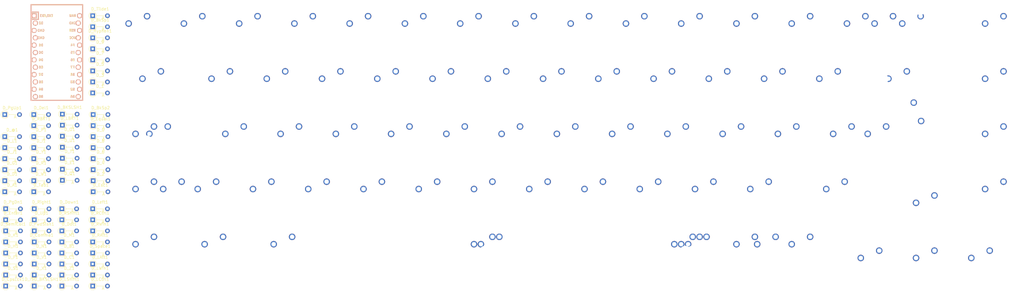
<source format=kicad_pcb>
(kicad_pcb (version 20171130) (host pcbnew "(5.1.7)-1")
  (layers (0 F.Cu signal) (31 B.Cu signal) (34 B.Paste user) (35 F.Paste user) (36 B.SilkS user) (37 F.SilkS user) (38 B.Mask user) (39 F.Mask user) (44 Edge.Cuts user))
  (net 0 "")
  (net 1 "Net-(D_0-Pad2)")
  (net 2 ROW1)
  (net 3 "Net-(D_1-Pad2)")
  (net 4 ROW0)
  (net 5 "Net-(D_2-Pad2)")
  (net 6 "Net-(D_3-Pad2)")
  (net 7 "Net-(D_4-Pad2)")
  (net 8 "Net-(D_5-Pad2)")
  (net 9 "Net-(D_6-Pad2)")
  (net 10 "Net-(D_7-Pad2)")
  (net 11 "Net-(D_8-Pad2)")
  (net 12 "Net-(D_9-Pad2)")
  (net 13 "Net-(D_@1-Pad2)")
  (net 14 ROW4)
  (net 15 "Net-(D_A1-Pad2)")
  (net 16 "Net-(D_B1-Pad2)")
  (net 17 ROW7)
  (net 18 "Net-(D_BKSLSH1-Pad2)")
  (net 19 ROW2)
  (net 20 "Net-(D_BkSp1-Pad2)")
  (net 21 "Net-(D_BkSp2-Pad2)")
  (net 22 "Net-(D_C1-Pad2)")
  (net 23 "Net-(D_Comma1-Pad2)")
  (net 24 ROW6)
  (net 25 "Net-(D_CpsLck1-Pad2)")
  (net 26 ROW5)
  (net 27 "Net-(D_D1-Pad2)")
  (net 28 "Net-(D_Del1-Pad2)")
  (net 29 ROW3)
  (net 30 "Net-(D_Dot1-Pad2)")
  (net 31 "Net-(D_Down1-Pad2)")
  (net 32 "Net-(D_E1-Pad2)")
  (net 33 "Net-(D_Enter1-Pad2)")
  (net 34 "Net-(D_Equal1-Pad2)")
  (net 35 "Net-(D_Esc1-Pad2)")
  (net 36 "Net-(D_F1-Pad2)")
  (net 37 "Net-(D_FwdSlsh1-Pad2)")
  (net 38 "Net-(D_G1-Pad2)")
  (net 39 "Net-(D_H1-Pad2)")
  (net 40 "Net-(D_Hyphen1-Pad2)")
  (net 41 "Net-(D_I1-Pad2)")
  (net 42 "Net-(D_ISO_BKSLSH1-Pad2)")
  (net 43 "Net-(D_J1-Pad2)")
  (net 44 "Net-(D_K1-Pad2)")
  (net 45 "Net-(D_L1-Pad2)")
  (net 46 "Net-(D_LAlt1-Pad2)")
  (net 47 ROW8)
  (net 48 "Net-(D_LBKT1-Pad2)")
  (net 49 "Net-(D_LCtrl1-Pad2)")
  (net 50 "Net-(D_Left1-Pad2)")
  (net 51 "Net-(D_LShift1-Pad2)")
  (net 52 "Net-(D_LWin1-Pad2)")
  (net 53 "Net-(D_M1-Pad2)")
  (net 54 "Net-(D_N1-Pad2)")
  (net 55 "Net-(D_O1-Pad2)")
  (net 56 "Net-(D_P1-Pad2)")
  (net 57 "Net-(D_PgDn1-Pad2)")
  (net 58 "Net-(D_PgUp1-Pad2)")
  (net 59 "Net-(D_Q1-Pad2)")
  (net 60 "Net-(D_R1-Pad2)")
  (net 61 "Net-(D_RAlt1-Pad2)")
  (net 62 "Net-(D_RBKT1-Pad2)")
  (net 63 "Net-(D_RCtrl1-Pad2)")
  (net 64 "Net-(D_Right1-Pad2)")
  (net 65 "Net-(D_RShift1-Pad2)")
  (net 66 "Net-(D_RWin1-Pad2)")
  (net 67 "Net-(D_S1-Pad2)")
  (net 68 "Net-(D_SemiCol1-Pad2)")
  (net 69 "Net-(D_Space1-Pad2)")
  (net 70 "Net-(D_T1-Pad2)")
  (net 71 "Net-(D_Tab1-Pad2)")
  (net 72 "Net-(D_Tilde1-Pad2)")
  (net 73 "Net-(D_U1-Pad2)")
  (net 74 "Net-(D_Up1-Pad2)")
  (net 75 "Net-(D_V1-Pad2)")
  (net 76 "Net-(D_W1-Pad2)")
  (net 77 "Net-(D_X1-Pad2)")
  (net 78 "Net-(D_Y1-Pad2)")
  (net 79 "Net-(D_Z1-Pad2)")
  (net 80 COL5)
  (net 81 COL0)
  (net 82 COL1)
  (net 83 COL2)
  (net 84 COL3)
  (net 85 COL4)
  (net 86 COL6)
  (net 87 COL7)
  (net 88 "Net-(U1-Pad24)")
  (net 89 "Net-(U1-Pad23)")
  (net 90 "Net-(U1-Pad22)")
  (net 91 "Net-(U1-Pad21)")
  (net 92 "Net-(U1-Pad4)")
  (net 93 "Net-(U1-Pad3)")
  (net 94 "Net-(U1-Pad1)")
  (module MX_Only:MXOnly-2U-NoLED (layer F.Cu) (at 280.19375 31.75)
    (fp_text reference "MX_BkSp2(RegBkSp)")
    (fp_text value MX-NoLED)
    (pad 2 thru_hole circle (at 2.54 -5.08) (size 2.25 2.25) (drill 1.47) (layers *.Cu B.Mask) (net 20 "Net-(D_BkSp1-Pad2)"))
    (pad "" np_thru_hole circle (at 0 0) (size 3.9878 3.9878) (drill 3.9878) (layers *.Cu *.Mask))
    (pad 1 thru_hole circle (at -3.81 -2.54) (size 2.25 2.25) (drill 1.47) (layers *.Cu B.Mask) (net 86 COL6))
    (pad "" np_thru_hole circle (at -5.08 0 48.0996) (size 1.75 1.75) (drill 1.75) (layers *.Cu *.Mask))
    (pad "" np_thru_hole circle (at 5.08 0 48.0996) (size 1.75 1.75) (drill 1.75) (layers *.Cu *.Mask))
    (pad "" np_thru_hole circle (at -11.90625 -6.985) (size 3.048 3.048) (drill 3.048) (layers *.Cu *.Mask))
    (pad "" np_thru_hole circle (at 11.90625 -6.985) (size 3.048 3.048) (drill 3.048) (layers *.Cu *.Mask))
    (pad "" np_thru_hole circle (at -11.90625 8.255) (size 3.9878 3.9878) (drill 3.9878) (layers *.Cu *.Mask))
    (pad "" np_thru_hole circle (at 11.90625 8.255) (size 3.9878 3.9878) (drill 3.9878) (layers *.Cu *.Mask))
  )
  (module MX_Only:MXOnly-ISO-ROTATED-ReversedStabilizers-NoLED (layer F.Cu) (at 287.3375 60.325)
    (fp_text reference "MX_BKSLSH2(ISO_Enter)")
    (fp_text value MX-NoLED)
    (pad "" np_thru_hole circle (at -8.255 -11.938) (size 3.9878 3.9878) (drill 3.9878) (layers *.Cu *.Mask))
    (pad "" np_thru_hole circle (at -8.255 11.938) (size 3.9878 3.9878) (drill 3.9878) (layers *.Cu *.Mask))
    (pad "" np_thru_hole circle (at 6.985 -11.938) (size 3.048 3.048) (drill 3.048) (layers *.Cu *.Mask))
    (pad "" np_thru_hole circle (at 6.985 11.938) (size 3.048 3.048) (drill 3.048) (layers *.Cu *.Mask))
    (pad "" np_thru_hole circle (at 0 5.08 48.0996) (size 1.75 1.75) (drill 1.75) (layers *.Cu *.Mask))
    (pad "" np_thru_hole circle (at 0 -5.08 48.0996) (size 1.75 1.75) (drill 1.75) (layers *.Cu *.Mask))
    (pad 1 thru_hole circle (at 2.54 -3.81) (size 2.25 2.25) (drill 1.47) (layers *.Cu B.Mask) (net 86 COL6))
    (pad "" np_thru_hole circle (at 0 0) (size 3.9878 3.9878) (drill 3.9878) (layers *.Cu *.Mask))
    (pad 2 thru_hole circle (at 5.08 2.54) (size 2.25 2.25) (drill 1.47) (layers *.Cu B.Mask) (net 18 "Net-(D_BKSLSH1-Pad2)"))
  )
  (module MX_Only:MXOnly-2.25U-NoLED (layer F.Cu) (at 277.8125 69.85)
    (fp_text reference MX_Enter1)
    (fp_text value MX-NoLED)
    (pad 2 thru_hole circle (at 2.54 -5.08) (size 2.25 2.25) (drill 1.47) (layers *.Cu B.Mask) (net 33 "Net-(D_Enter1-Pad2)"))
    (pad "" np_thru_hole circle (at 0 0) (size 3.9878 3.9878) (drill 3.9878) (layers *.Cu *.Mask))
    (pad 1 thru_hole circle (at -3.81 -2.54) (size 2.25 2.25) (drill 1.47) (layers *.Cu B.Mask) (net 86 COL6))
    (pad "" np_thru_hole circle (at -5.08 0 48.0996) (size 1.75 1.75) (drill 1.75) (layers *.Cu *.Mask))
    (pad "" np_thru_hole circle (at 5.08 0 48.0996) (size 1.75 1.75) (drill 1.75) (layers *.Cu *.Mask))
    (pad "" np_thru_hole circle (at -11.90625 -6.985) (size 3.048 3.048) (drill 3.048) (layers *.Cu *.Mask))
    (pad "" np_thru_hole circle (at 11.90625 -6.985) (size 3.048 3.048) (drill 3.048) (layers *.Cu *.Mask))
    (pad "" np_thru_hole circle (at -11.90625 8.255) (size 3.9878 3.9878) (drill 3.9878) (layers *.Cu *.Mask))
    (pad "" np_thru_hole circle (at 11.90625 8.255) (size 3.9878 3.9878) (drill 3.9878) (layers *.Cu *.Mask))
  )
  (module MX_Only:MXOnly-1.5U-NoLED (layer F.Cu) (at 284.95625 50.8)
    (fp_text reference MX_BKSLSH1)
    (fp_text value MX-NoLED)
    (pad 2 thru_hole circle (at 2.54 -5.08) (size 2.25 2.25) (drill 1.47) (layers *.Cu B.Mask) (net 18 "Net-(D_BKSLSH1-Pad2)"))
    (pad "" np_thru_hole circle (at 0 0) (size 3.9878 3.9878) (drill 3.9878) (layers *.Cu *.Mask))
    (pad 1 thru_hole circle (at -3.81 -2.54) (size 2.25 2.25) (drill 1.47) (layers *.Cu B.Mask) (net 86 COL6))
    (pad "" np_thru_hole circle (at -5.08 0 48.0996) (size 1.75 1.75) (drill 1.75) (layers *.Cu *.Mask))
    (pad "" np_thru_hole circle (at 5.08 0 48.0996) (size 1.75 1.75) (drill 1.75) (layers *.Cu *.Mask))
  )
  (module MX_Only:MXOnly-1U-NoLED (layer F.Cu) (at 265.90625 69.85)
    (fp_text reference "MX_Enter2(ISO_Hash)")
    (fp_text value MX-NoLED)
    (pad "" np_thru_hole circle (at 5.08 0 48.0996) (size 1.75 1.75) (drill 1.75) (layers *.Cu *.Mask))
    (pad "" np_thru_hole circle (at -5.08 0 48.0996) (size 1.75 1.75) (drill 1.75) (layers *.Cu *.Mask))
    (pad 1 thru_hole circle (at -3.81 -2.54) (size 2.25 2.25) (drill 1.47) (layers *.Cu B.Mask) (net 86 COL6))
    (pad "" np_thru_hole circle (at 0 0) (size 3.9878 3.9878) (drill 3.9878) (layers *.Cu *.Mask))
    (pad 2 thru_hole circle (at 2.54 -5.08) (size 2.25 2.25) (drill 1.47) (layers *.Cu B.Mask) (net 33 "Net-(D_Enter1-Pad2)"))
  )
  (module MX_Only:MXOnly-1.25U-NoLED (layer F.Cu) (at 239.7125 107.95)
    (fp_text reference "MX_RWin2(RCtrl2)")
    (fp_text value MX-NoLED)
    (pad 2 thru_hole circle (at 2.54 -5.08) (size 2.25 2.25) (drill 1.47) (layers *.Cu B.Mask) (net 66 "Net-(D_RWin1-Pad2)"))
    (pad "" np_thru_hole circle (at 0 0) (size 3.9878 3.9878) (drill 3.9878) (layers *.Cu *.Mask))
    (pad 1 thru_hole circle (at -3.81 -2.54) (size 2.25 2.25) (drill 1.47) (layers *.Cu B.Mask) (net 80 COL5))
    (pad "" np_thru_hole circle (at -5.08 0 48.0996) (size 1.75 1.75) (drill 1.75) (layers *.Cu *.Mask))
    (pad "" np_thru_hole circle (at 5.08 0 48.0996) (size 1.75 1.75) (drill 1.75) (layers *.Cu *.Mask))
  )
  (module MX_Only:MXOnly-1.25U-NoLED (layer F.Cu) (at 215.9 107.95)
    (fp_text reference MX_RAlt3)
    (fp_text value MX-NoLED)
    (pad 2 thru_hole circle (at 2.54 -5.08) (size 2.25 2.25) (drill 1.47) (layers *.Cu B.Mask) (net 61 "Net-(D_RAlt1-Pad2)"))
    (pad "" np_thru_hole circle (at 0 0) (size 3.9878 3.9878) (drill 3.9878) (layers *.Cu *.Mask))
    (pad 1 thru_hole circle (at -3.81 -2.54) (size 2.25 2.25) (drill 1.47) (layers *.Cu B.Mask) (net 85 COL4))
    (pad "" np_thru_hole circle (at -5.08 0 48.0996) (size 1.75 1.75) (drill 1.75) (layers *.Cu *.Mask))
    (pad "" np_thru_hole circle (at 5.08 0 48.0996) (size 1.75 1.75) (drill 1.75) (layers *.Cu *.Mask))
  )
  (module MX_Only:MXOnly-1.25U-NoLED (layer F.Cu) (at 211.1375 107.95)
    (fp_text reference MX_RAlt2)
    (fp_text value MX-NoLED)
    (pad 2 thru_hole circle (at 2.54 -5.08) (size 2.25 2.25) (drill 1.47) (layers *.Cu B.Mask) (net 61 "Net-(D_RAlt1-Pad2)"))
    (pad "" np_thru_hole circle (at 0 0) (size 3.9878 3.9878) (drill 3.9878) (layers *.Cu *.Mask))
    (pad 1 thru_hole circle (at -3.81 -2.54) (size 2.25 2.25) (drill 1.47) (layers *.Cu B.Mask) (net 85 COL4))
    (pad "" np_thru_hole circle (at -5.08 0 48.0996) (size 1.75 1.75) (drill 1.75) (layers *.Cu *.Mask))
    (pad "" np_thru_hole circle (at 5.08 0 48.0996) (size 1.75 1.75) (drill 1.75) (layers *.Cu *.Mask))
  )
  (module MX_Only:MXOnly-6U-Centered-NoLED (layer F.Cu) (at 142.08125 107.95)
    (fp_text reference MX_Space2)
    (fp_text value MX-NoLED)
    (pad "" np_thru_hole circle (at 47.625 8.255) (size 3.9878 3.9878) (drill 3.9878) (layers *.Cu *.Mask))
    (pad "" np_thru_hole circle (at -47.625 8.255) (size 3.9878 3.9878) (drill 3.9878) (layers *.Cu *.Mask))
    (pad "" np_thru_hole circle (at 47.625 -6.985) (size 3.048 3.048) (drill 3.048) (layers *.Cu *.Mask))
    (pad "" np_thru_hole circle (at -47.625 -6.985) (size 3.048 3.048) (drill 3.048) (layers *.Cu *.Mask))
    (pad "" np_thru_hole circle (at 5.08 0 48.0996) (size 1.75 1.75) (drill 1.75) (layers *.Cu *.Mask))
    (pad "" np_thru_hole circle (at -5.08 0 48.0996) (size 1.75 1.75) (drill 1.75) (layers *.Cu *.Mask))
    (pad 1 thru_hole circle (at -3.81 -2.54) (size 2.25 2.25) (drill 1.47) (layers *.Cu B.Mask) (net 84 COL3))
    (pad "" np_thru_hole circle (at 0 0) (size 3.9878 3.9878) (drill 3.9878) (layers *.Cu *.Mask))
    (pad 2 thru_hole circle (at 2.54 -5.08) (size 2.25 2.25) (drill 1.47) (layers *.Cu B.Mask) (net 69 "Net-(D_Space1-Pad2)"))
  )
  (module MX_Only:MXOnly-1.25U-NoLED (layer F.Cu) (at 25.4 69.85)
    (fp_text reference MX_CpsLck2)
    (fp_text value MX-NoLED)
    (pad 2 thru_hole circle (at 2.54 -5.08) (size 2.25 2.25) (drill 1.47) (layers *.Cu B.Mask) (net 25 "Net-(D_CpsLck1-Pad2)"))
    (pad "" np_thru_hole circle (at 0 0) (size 3.9878 3.9878) (drill 3.9878) (layers *.Cu *.Mask))
    (pad 1 thru_hole circle (at -3.81 -2.54) (size 2.25 2.25) (drill 1.47) (layers *.Cu B.Mask) (net 81 COL0))
    (pad "" np_thru_hole circle (at -5.08 0 48.0996) (size 1.75 1.75) (drill 1.75) (layers *.Cu *.Mask))
    (pad "" np_thru_hole circle (at 5.08 0 48.0996) (size 1.75 1.75) (drill 1.75) (layers *.Cu *.Mask))
  )
  (module MX_Only:MXOnly-2.25U-NoLED (layer F.Cu) (at 34.925 88.9)
    (fp_text reference MX_LShift2)
    (fp_text value MX-NoLED)
    (pad 2 thru_hole circle (at 2.54 -5.08) (size 2.25 2.25) (drill 1.47) (layers *.Cu B.Mask) (net 51 "Net-(D_LShift1-Pad2)"))
    (pad "" np_thru_hole circle (at 0 0) (size 3.9878 3.9878) (drill 3.9878) (layers *.Cu *.Mask))
    (pad 1 thru_hole circle (at -3.81 -2.54) (size 2.25 2.25) (drill 1.47) (layers *.Cu B.Mask) (net 81 COL0))
    (pad "" np_thru_hole circle (at -5.08 0 48.0996) (size 1.75 1.75) (drill 1.75) (layers *.Cu *.Mask))
    (pad "" np_thru_hole circle (at 5.08 0 48.0996) (size 1.75 1.75) (drill 1.75) (layers *.Cu *.Mask))
    (pad "" np_thru_hole circle (at -11.90625 -6.985) (size 3.048 3.048) (drill 3.048) (layers *.Cu *.Mask))
    (pad "" np_thru_hole circle (at 11.90625 -6.985) (size 3.048 3.048) (drill 3.048) (layers *.Cu *.Mask))
    (pad "" np_thru_hole circle (at -11.90625 8.255) (size 3.9878 3.9878) (drill 3.9878) (layers *.Cu *.Mask))
    (pad "" np_thru_hole circle (at 11.90625 8.255) (size 3.9878 3.9878) (drill 3.9878) (layers *.Cu *.Mask))
  )
  (module MX_Only:MXOnly-1.75U-NoLED (layer F.Cu) (at 263.525 88.9)
    (fp_text reference MX_RShift1)
    (fp_text value MX-NoLED)
    (pad 2 thru_hole circle (at 2.54 -5.08) (size 2.25 2.25) (drill 1.47) (layers *.Cu B.Mask) (net 65 "Net-(D_RShift1-Pad2)"))
    (pad "" np_thru_hole circle (at 0 0) (size 3.9878 3.9878) (drill 3.9878) (layers *.Cu *.Mask))
    (pad 1 thru_hole circle (at -3.81 -2.54) (size 2.25 2.25) (drill 1.47) (layers *.Cu B.Mask) (net 86 COL6))
    (pad "" np_thru_hole circle (at -5.08 0 48.0996) (size 1.75 1.75) (drill 1.75) (layers *.Cu *.Mask))
    (pad "" np_thru_hole circle (at 5.08 0 48.0996) (size 1.75 1.75) (drill 1.75) (layers *.Cu *.Mask))
  )
  (module MX_Only:MXOnly-6.25U-NoLED (layer F.Cu) (at 144.4625 107.95)
    (fp_text reference MX_Space1)
    (fp_text value MX-NoLED)
    (pad 2 thru_hole circle (at 2.54 -5.08) (size 2.25 2.25) (drill 1.47) (layers *.Cu B.Mask) (net 69 "Net-(D_Space1-Pad2)"))
    (pad "" np_thru_hole circle (at 0 0) (size 3.9878 3.9878) (drill 3.9878) (layers *.Cu *.Mask))
    (pad 1 thru_hole circle (at -3.81 -2.54) (size 2.25 2.25) (drill 1.47) (layers *.Cu B.Mask) (net 84 COL3))
    (pad "" np_thru_hole circle (at -5.08 0 48.0996) (size 1.75 1.75) (drill 1.75) (layers *.Cu *.Mask))
    (pad "" np_thru_hole circle (at 5.08 0 48.0996) (size 1.75 1.75) (drill 1.75) (layers *.Cu *.Mask))
    (pad "" np_thru_hole circle (at -49.9999 -6.985) (size 3.048 3.048) (drill 3.048) (layers *.Cu *.Mask))
    (pad "" np_thru_hole circle (at 49.9999 -6.985) (size 3.048 3.048) (drill 3.048) (layers *.Cu *.Mask))
    (pad "" np_thru_hole circle (at -49.9999 8.255) (size 3.9878 3.9878) (drill 3.9878) (layers *.Cu *.Mask))
    (pad "" np_thru_hole circle (at 49.9999 8.255) (size 3.9878 3.9878) (drill 3.9878) (layers *.Cu *.Mask))
  )
  (module MX_Only:MXOnly-1.25U-NoLED (layer F.Cu) (at 73.025 107.95)
    (fp_text reference MX_LAlt1)
    (fp_text value MX-NoLED)
    (pad 2 thru_hole circle (at 2.54 -5.08) (size 2.25 2.25) (drill 1.47) (layers *.Cu B.Mask) (net 46 "Net-(D_LAlt1-Pad2)"))
    (pad "" np_thru_hole circle (at 0 0) (size 3.9878 3.9878) (drill 3.9878) (layers *.Cu *.Mask))
    (pad 1 thru_hole circle (at -3.81 -2.54) (size 2.25 2.25) (drill 1.47) (layers *.Cu B.Mask) (net 83 COL2))
    (pad "" np_thru_hole circle (at -5.08 0 48.0996) (size 1.75 1.75) (drill 1.75) (layers *.Cu *.Mask))
    (pad "" np_thru_hole circle (at 5.08 0 48.0996) (size 1.75 1.75) (drill 1.75) (layers *.Cu *.Mask))
  )
  (module MX_Only:MXOnly-1.25U-NoLED (layer F.Cu) (at 49.2125 107.95)
    (fp_text reference MX_LWin1)
    (fp_text value MX-NoLED)
    (pad 2 thru_hole circle (at 2.54 -5.08) (size 2.25 2.25) (drill 1.47) (layers *.Cu B.Mask) (net 52 "Net-(D_LWin1-Pad2)"))
    (pad "" np_thru_hole circle (at 0 0) (size 3.9878 3.9878) (drill 3.9878) (layers *.Cu *.Mask))
    (pad 1 thru_hole circle (at -3.81 -2.54) (size 2.25 2.25) (drill 1.47) (layers *.Cu B.Mask) (net 82 COL1))
    (pad "" np_thru_hole circle (at -5.08 0 48.0996) (size 1.75 1.75) (drill 1.75) (layers *.Cu *.Mask))
    (pad "" np_thru_hole circle (at 5.08 0 48.0996) (size 1.75 1.75) (drill 1.75) (layers *.Cu *.Mask))
  )
  (module MX_Only:MXOnly-1.25U-NoLED (layer F.Cu) (at 25.4 107.95)
    (fp_text reference MX_LCtrl1)
    (fp_text value MX-NoLED)
    (pad 2 thru_hole circle (at 2.54 -5.08) (size 2.25 2.25) (drill 1.47) (layers *.Cu B.Mask) (net 49 "Net-(D_LCtrl1-Pad2)"))
    (pad "" np_thru_hole circle (at 0 0) (size 3.9878 3.9878) (drill 3.9878) (layers *.Cu *.Mask))
    (pad 1 thru_hole circle (at -3.81 -2.54) (size 2.25 2.25) (drill 1.47) (layers *.Cu B.Mask) (net 81 COL0))
    (pad "" np_thru_hole circle (at -5.08 0 48.0996) (size 1.75 1.75) (drill 1.75) (layers *.Cu *.Mask))
    (pad "" np_thru_hole circle (at 5.08 0 48.0996) (size 1.75 1.75) (drill 1.75) (layers *.Cu *.Mask))
  )
  (module MX_Only:MXOnly-1.25U-NoLED (layer F.Cu) (at 25.4 88.9)
    (fp_text reference MX_LShift1)
    (fp_text value MX-NoLED)
    (pad 2 thru_hole circle (at 2.54 -5.08) (size 2.25 2.25) (drill 1.47) (layers *.Cu B.Mask) (net 51 "Net-(D_LShift1-Pad2)"))
    (pad "" np_thru_hole circle (at 0 0) (size 3.9878 3.9878) (drill 3.9878) (layers *.Cu *.Mask))
    (pad 1 thru_hole circle (at -3.81 -2.54) (size 2.25 2.25) (drill 1.47) (layers *.Cu B.Mask) (net 81 COL0))
    (pad "" np_thru_hole circle (at -5.08 0 48.0996) (size 1.75 1.75) (drill 1.75) (layers *.Cu *.Mask))
    (pad "" np_thru_hole circle (at 5.08 0 48.0996) (size 1.75 1.75) (drill 1.75) (layers *.Cu *.Mask))
  )
  (module MX_Only:MXOnly-1.75U-NoLED (layer F.Cu) (at 30.1625 69.85)
    (fp_text reference MX_CpsLck1)
    (fp_text value MX-NoLED)
    (pad 2 thru_hole circle (at 2.54 -5.08) (size 2.25 2.25) (drill 1.47) (layers *.Cu B.Mask) (net 25 "Net-(D_CpsLck1-Pad2)"))
    (pad "" np_thru_hole circle (at 0 0) (size 3.9878 3.9878) (drill 3.9878) (layers *.Cu *.Mask))
    (pad 1 thru_hole circle (at -3.81 -2.54) (size 2.25 2.25) (drill 1.47) (layers *.Cu B.Mask) (net 81 COL0))
    (pad "" np_thru_hole circle (at -5.08 0 48.0996) (size 1.75 1.75) (drill 1.75) (layers *.Cu *.Mask))
    (pad "" np_thru_hole circle (at 5.08 0 48.0996) (size 1.75 1.75) (drill 1.75) (layers *.Cu *.Mask))
  )
  (module MX_Only:MXOnly-1.5U-NoLED (layer F.Cu) (at 27.78125 50.8)
    (fp_text reference MX_Tab1)
    (fp_text value MX-NoLED)
    (pad 2 thru_hole circle (at 2.54 -5.08) (size 2.25 2.25) (drill 1.47) (layers *.Cu B.Mask) (net 71 "Net-(D_Tab1-Pad2)"))
    (pad "" np_thru_hole circle (at 0 0) (size 3.9878 3.9878) (drill 3.9878) (layers *.Cu *.Mask))
    (pad 1 thru_hole circle (at -3.81 -2.54) (size 2.25 2.25) (drill 1.47) (layers *.Cu B.Mask) (net 81 COL0))
    (pad "" np_thru_hole circle (at -5.08 0 48.0996) (size 1.75 1.75) (drill 1.75) (layers *.Cu *.Mask))
    (pad "" np_thru_hole circle (at 5.08 0 48.0996) (size 1.75 1.75) (drill 1.75) (layers *.Cu *.Mask))
  )
  (module MX_Only:MXOnly-1U-NoLED (layer F.Cu) (at 65.88125 88.9)
    (fp_text reference MX_Z1)
    (fp_text value MX-NoLED)
    (pad 2 thru_hole circle (at 2.54 -5.08) (size 2.25 2.25) (drill 1.47) (layers *.Cu B.Mask) (net 79 "Net-(D_Z1-Pad2)"))
    (pad "" np_thru_hole circle (at 0 0) (size 3.9878 3.9878) (drill 3.9878) (layers *.Cu *.Mask))
    (pad 1 thru_hole circle (at -3.81 -2.54) (size 2.25 2.25) (drill 1.47) (layers *.Cu B.Mask) (net 82 COL1))
    (pad "" np_thru_hole circle (at -5.08 0 48.0996) (size 1.75 1.75) (drill 1.75) (layers *.Cu *.Mask))
    (pad "" np_thru_hole circle (at 5.08 0 48.0996) (size 1.75 1.75) (drill 1.75) (layers *.Cu *.Mask))
  )
  (module MX_Only:MXOnly-1U-NoLED (layer F.Cu) (at 146.84375 50.8)
    (fp_text reference MX_Y1)
    (fp_text value MX-NoLED)
    (pad 2 thru_hole circle (at 2.54 -5.08) (size 2.25 2.25) (drill 1.47) (layers *.Cu B.Mask) (net 78 "Net-(D_Y1-Pad2)"))
    (pad "" np_thru_hole circle (at 0 0) (size 3.9878 3.9878) (drill 3.9878) (layers *.Cu *.Mask))
    (pad 1 thru_hole circle (at -3.81 -2.54) (size 2.25 2.25) (drill 1.47) (layers *.Cu B.Mask) (net 84 COL3))
    (pad "" np_thru_hole circle (at -5.08 0 48.0996) (size 1.75 1.75) (drill 1.75) (layers *.Cu *.Mask))
    (pad "" np_thru_hole circle (at 5.08 0 48.0996) (size 1.75 1.75) (drill 1.75) (layers *.Cu *.Mask))
  )
  (module MX_Only:MXOnly-1U-NoLED (layer F.Cu) (at 84.93125 88.9)
    (fp_text reference MX_X1)
    (fp_text value MX-NoLED)
    (pad 2 thru_hole circle (at 2.54 -5.08) (size 2.25 2.25) (drill 1.47) (layers *.Cu B.Mask) (net 77 "Net-(D_X1-Pad2)"))
    (pad "" np_thru_hole circle (at 0 0) (size 3.9878 3.9878) (drill 3.9878) (layers *.Cu *.Mask))
    (pad 1 thru_hole circle (at -3.81 -2.54) (size 2.25 2.25) (drill 1.47) (layers *.Cu B.Mask) (net 82 COL1))
    (pad "" np_thru_hole circle (at -5.08 0 48.0996) (size 1.75 1.75) (drill 1.75) (layers *.Cu *.Mask))
    (pad "" np_thru_hole circle (at 5.08 0 48.0996) (size 1.75 1.75) (drill 1.75) (layers *.Cu *.Mask))
  )
  (module MX_Only:MXOnly-1U-NoLED (layer F.Cu) (at 70.64375 50.8)
    (fp_text reference MX_W1)
    (fp_text value MX-NoLED)
    (pad 2 thru_hole circle (at 2.54 -5.08) (size 2.25 2.25) (drill 1.47) (layers *.Cu B.Mask) (net 76 "Net-(D_W1-Pad2)"))
    (pad "" np_thru_hole circle (at 0 0) (size 3.9878 3.9878) (drill 3.9878) (layers *.Cu *.Mask))
    (pad 1 thru_hole circle (at -3.81 -2.54) (size 2.25 2.25) (drill 1.47) (layers *.Cu B.Mask) (net 82 COL1))
    (pad "" np_thru_hole circle (at -5.08 0 48.0996) (size 1.75 1.75) (drill 1.75) (layers *.Cu *.Mask))
    (pad "" np_thru_hole circle (at 5.08 0 48.0996) (size 1.75 1.75) (drill 1.75) (layers *.Cu *.Mask))
  )
  (module MX_Only:MXOnly-1U-NoLED (layer F.Cu) (at 123.03125 88.9)
    (fp_text reference MX_V1)
    (fp_text value MX-NoLED)
    (pad 2 thru_hole circle (at 2.54 -5.08) (size 2.25 2.25) (drill 1.47) (layers *.Cu B.Mask) (net 75 "Net-(D_V1-Pad2)"))
    (pad "" np_thru_hole circle (at 0 0) (size 3.9878 3.9878) (drill 3.9878) (layers *.Cu *.Mask))
    (pad 1 thru_hole circle (at -3.81 -2.54) (size 2.25 2.25) (drill 1.47) (layers *.Cu B.Mask) (net 83 COL2))
    (pad "" np_thru_hole circle (at -5.08 0 48.0996) (size 1.75 1.75) (drill 1.75) (layers *.Cu *.Mask))
    (pad "" np_thru_hole circle (at 5.08 0 48.0996) (size 1.75 1.75) (drill 1.75) (layers *.Cu *.Mask))
  )
  (module MX_Only:MXOnly-1U-NoLED (layer F.Cu) (at 294.48125 93.6625)
    (fp_text reference MX_Up1)
    (fp_text value MX-NoLED)
    (pad 2 thru_hole circle (at 2.54 -5.08) (size 2.25 2.25) (drill 1.47) (layers *.Cu B.Mask) (net 74 "Net-(D_Up1-Pad2)"))
    (pad "" np_thru_hole circle (at 0 0) (size 3.9878 3.9878) (drill 3.9878) (layers *.Cu *.Mask))
    (pad 1 thru_hole circle (at -3.81 -2.54) (size 2.25 2.25) (drill 1.47) (layers *.Cu B.Mask) (net 86 COL6))
    (pad "" np_thru_hole circle (at -5.08 0 48.0996) (size 1.75 1.75) (drill 1.75) (layers *.Cu *.Mask))
    (pad "" np_thru_hole circle (at 5.08 0 48.0996) (size 1.75 1.75) (drill 1.75) (layers *.Cu *.Mask))
  )
  (module MX_Only:MXOnly-1U-NoLED (layer F.Cu) (at 165.89375 50.8)
    (fp_text reference MX_U1)
    (fp_text value MX-NoLED)
    (pad 2 thru_hole circle (at 2.54 -5.08) (size 2.25 2.25) (drill 1.47) (layers *.Cu B.Mask) (net 73 "Net-(D_U1-Pad2)"))
    (pad "" np_thru_hole circle (at 0 0) (size 3.9878 3.9878) (drill 3.9878) (layers *.Cu *.Mask))
    (pad 1 thru_hole circle (at -3.81 -2.54) (size 2.25 2.25) (drill 1.47) (layers *.Cu B.Mask) (net 84 COL3))
    (pad "" np_thru_hole circle (at -5.08 0 48.0996) (size 1.75 1.75) (drill 1.75) (layers *.Cu *.Mask))
    (pad "" np_thru_hole circle (at 5.08 0 48.0996) (size 1.75 1.75) (drill 1.75) (layers *.Cu *.Mask))
  )
  (module MX_Only:MXOnly-1U-NoLED (layer F.Cu) (at 318.29375 31.75)
    (fp_text reference MX_Tilde1)
    (fp_text value MX-NoLED)
    (pad 2 thru_hole circle (at 2.54 -5.08) (size 2.25 2.25) (drill 1.47) (layers *.Cu B.Mask) (net 72 "Net-(D_Tilde1-Pad2)"))
    (pad "" np_thru_hole circle (at 0 0) (size 3.9878 3.9878) (drill 3.9878) (layers *.Cu *.Mask))
    (pad 1 thru_hole circle (at -3.81 -2.54) (size 2.25 2.25) (drill 1.47) (layers *.Cu B.Mask) (net 87 COL7))
    (pad "" np_thru_hole circle (at -5.08 0 48.0996) (size 1.75 1.75) (drill 1.75) (layers *.Cu *.Mask))
    (pad "" np_thru_hole circle (at 5.08 0 48.0996) (size 1.75 1.75) (drill 1.75) (layers *.Cu *.Mask))
  )
  (module MX_Only:MXOnly-1U-NoLED (layer F.Cu) (at 127.79375 50.8)
    (fp_text reference MX_T1)
    (fp_text value MX-NoLED)
    (pad 2 thru_hole circle (at 2.54 -5.08) (size 2.25 2.25) (drill 1.47) (layers *.Cu B.Mask) (net 70 "Net-(D_T1-Pad2)"))
    (pad "" np_thru_hole circle (at 0 0) (size 3.9878 3.9878) (drill 3.9878) (layers *.Cu *.Mask))
    (pad 1 thru_hole circle (at -3.81 -2.54) (size 2.25 2.25) (drill 1.47) (layers *.Cu B.Mask) (net 83 COL2))
    (pad "" np_thru_hole circle (at -5.08 0 48.0996) (size 1.75 1.75) (drill 1.75) (layers *.Cu *.Mask))
    (pad "" np_thru_hole circle (at 5.08 0 48.0996) (size 1.75 1.75) (drill 1.75) (layers *.Cu *.Mask))
  )
  (module MX_Only:MXOnly-1U-NoLED (layer F.Cu) (at 227.80625 69.85)
    (fp_text reference MX_SemiCol1)
    (fp_text value MX-NoLED)
    (pad 2 thru_hole circle (at 2.54 -5.08) (size 2.25 2.25) (drill 1.47) (layers *.Cu B.Mask) (net 68 "Net-(D_SemiCol1-Pad2)"))
    (pad "" np_thru_hole circle (at 0 0) (size 3.9878 3.9878) (drill 3.9878) (layers *.Cu *.Mask))
    (pad 1 thru_hole circle (at -3.81 -2.54) (size 2.25 2.25) (drill 1.47) (layers *.Cu B.Mask) (net 80 COL5))
    (pad "" np_thru_hole circle (at -5.08 0 48.0996) (size 1.75 1.75) (drill 1.75) (layers *.Cu *.Mask))
    (pad "" np_thru_hole circle (at 5.08 0 48.0996) (size 1.75 1.75) (drill 1.75) (layers *.Cu *.Mask))
  )
  (module MX_Only:MXOnly-1U-NoLED (layer F.Cu) (at 75.40625 69.85)
    (fp_text reference MX_S1)
    (fp_text value MX-NoLED)
    (pad 2 thru_hole circle (at 2.54 -5.08) (size 2.25 2.25) (drill 1.47) (layers *.Cu B.Mask) (net 67 "Net-(D_S1-Pad2)"))
    (pad "" np_thru_hole circle (at 0 0) (size 3.9878 3.9878) (drill 3.9878) (layers *.Cu *.Mask))
    (pad 1 thru_hole circle (at -3.81 -2.54) (size 2.25 2.25) (drill 1.47) (layers *.Cu B.Mask) (net 82 COL1))
    (pad "" np_thru_hole circle (at -5.08 0 48.0996) (size 1.75 1.75) (drill 1.75) (layers *.Cu *.Mask))
    (pad "" np_thru_hole circle (at 5.08 0 48.0996) (size 1.75 1.75) (drill 1.75) (layers *.Cu *.Mask))
  )
  (module MX_Only:MXOnly-1U-NoLED (layer F.Cu) (at 232.56875 107.95)
    (fp_text reference MX_RWin1)
    (fp_text value MX-NoLED)
    (pad 2 thru_hole circle (at 2.54 -5.08) (size 2.25 2.25) (drill 1.47) (layers *.Cu B.Mask) (net 66 "Net-(D_RWin1-Pad2)"))
    (pad "" np_thru_hole circle (at 0 0) (size 3.9878 3.9878) (drill 3.9878) (layers *.Cu *.Mask))
    (pad 1 thru_hole circle (at -3.81 -2.54) (size 2.25 2.25) (drill 1.47) (layers *.Cu B.Mask) (net 80 COL5))
    (pad "" np_thru_hole circle (at -5.08 0 48.0996) (size 1.75 1.75) (drill 1.75) (layers *.Cu *.Mask))
    (pad "" np_thru_hole circle (at 5.08 0 48.0996) (size 1.75 1.75) (drill 1.75) (layers *.Cu *.Mask))
  )
  (module MX_Only:MXOnly-1U-NoLED (layer F.Cu) (at 313.53125 112.7125)
    (fp_text reference MX_Right1)
    (fp_text value MX-NoLED)
    (pad 2 thru_hole circle (at 2.54 -5.08) (size 2.25 2.25) (drill 1.47) (layers *.Cu B.Mask) (net 64 "Net-(D_Right1-Pad2)"))
    (pad "" np_thru_hole circle (at 0 0) (size 3.9878 3.9878) (drill 3.9878) (layers *.Cu *.Mask))
    (pad 1 thru_hole circle (at -3.81 -2.54) (size 2.25 2.25) (drill 1.47) (layers *.Cu B.Mask) (net 87 COL7))
    (pad "" np_thru_hole circle (at -5.08 0 48.0996) (size 1.75 1.75) (drill 1.75) (layers *.Cu *.Mask))
    (pad "" np_thru_hole circle (at 5.08 0 48.0996) (size 1.75 1.75) (drill 1.75) (layers *.Cu *.Mask))
  )
  (module MX_Only:MXOnly-1U-NoLED (layer F.Cu) (at 251.61875 107.95)
    (fp_text reference MX_RCtrl1)
    (fp_text value MX-NoLED)
    (pad 2 thru_hole circle (at 2.54 -5.08) (size 2.25 2.25) (drill 1.47) (layers *.Cu B.Mask) (net 63 "Net-(D_RCtrl1-Pad2)"))
    (pad "" np_thru_hole circle (at 0 0) (size 3.9878 3.9878) (drill 3.9878) (layers *.Cu *.Mask))
    (pad 1 thru_hole circle (at -3.81 -2.54) (size 2.25 2.25) (drill 1.47) (layers *.Cu B.Mask) (net 86 COL6))
    (pad "" np_thru_hole circle (at -5.08 0 48.0996) (size 1.75 1.75) (drill 1.75) (layers *.Cu *.Mask))
    (pad "" np_thru_hole circle (at 5.08 0 48.0996) (size 1.75 1.75) (drill 1.75) (layers *.Cu *.Mask))
  )
  (module MX_Only:MXOnly-1U-NoLED (layer F.Cu) (at 261.14375 50.8)
    (fp_text reference MX_RBKT1)
    (fp_text value MX-NoLED)
    (pad 2 thru_hole circle (at 2.54 -5.08) (size 2.25 2.25) (drill 1.47) (layers *.Cu B.Mask) (net 62 "Net-(D_RBKT1-Pad2)"))
    (pad "" np_thru_hole circle (at 0 0) (size 3.9878 3.9878) (drill 3.9878) (layers *.Cu *.Mask))
    (pad 1 thru_hole circle (at -3.81 -2.54) (size 2.25 2.25) (drill 1.47) (layers *.Cu B.Mask) (net 86 COL6))
    (pad "" np_thru_hole circle (at -5.08 0 48.0996) (size 1.75 1.75) (drill 1.75) (layers *.Cu *.Mask))
    (pad "" np_thru_hole circle (at 5.08 0 48.0996) (size 1.75 1.75) (drill 1.75) (layers *.Cu *.Mask))
  )
  (module MX_Only:MXOnly-1U-NoLED (layer F.Cu) (at 213.51875 107.95)
    (fp_text reference MX_RAlt1)
    (fp_text value MX-NoLED)
    (pad 2 thru_hole circle (at 2.54 -5.08) (size 2.25 2.25) (drill 1.47) (layers *.Cu B.Mask) (net 61 "Net-(D_RAlt1-Pad2)"))
    (pad "" np_thru_hole circle (at 0 0) (size 3.9878 3.9878) (drill 3.9878) (layers *.Cu *.Mask))
    (pad 1 thru_hole circle (at -3.81 -2.54) (size 2.25 2.25) (drill 1.47) (layers *.Cu B.Mask) (net 85 COL4))
    (pad "" np_thru_hole circle (at -5.08 0 48.0996) (size 1.75 1.75) (drill 1.75) (layers *.Cu *.Mask))
    (pad "" np_thru_hole circle (at 5.08 0 48.0996) (size 1.75 1.75) (drill 1.75) (layers *.Cu *.Mask))
  )
  (module MX_Only:MXOnly-1U-NoLED (layer F.Cu) (at 108.74375 50.8)
    (fp_text reference MX_R1)
    (fp_text value MX-NoLED)
    (pad 2 thru_hole circle (at 2.54 -5.08) (size 2.25 2.25) (drill 1.47) (layers *.Cu B.Mask) (net 60 "Net-(D_R1-Pad2)"))
    (pad "" np_thru_hole circle (at 0 0) (size 3.9878 3.9878) (drill 3.9878) (layers *.Cu *.Mask))
    (pad 1 thru_hole circle (at -3.81 -2.54) (size 2.25 2.25) (drill 1.47) (layers *.Cu B.Mask) (net 83 COL2))
    (pad "" np_thru_hole circle (at -5.08 0 48.0996) (size 1.75 1.75) (drill 1.75) (layers *.Cu *.Mask))
    (pad "" np_thru_hole circle (at 5.08 0 48.0996) (size 1.75 1.75) (drill 1.75) (layers *.Cu *.Mask))
  )
  (module MX_Only:MXOnly-1U-NoLED (layer F.Cu) (at 51.59375 50.8)
    (fp_text reference MX_Q1)
    (fp_text value MX-NoLED)
    (pad 2 thru_hole circle (at 2.54 -5.08) (size 2.25 2.25) (drill 1.47) (layers *.Cu B.Mask) (net 59 "Net-(D_Q1-Pad2)"))
    (pad "" np_thru_hole circle (at 0 0) (size 3.9878 3.9878) (drill 3.9878) (layers *.Cu *.Mask))
    (pad 1 thru_hole circle (at -3.81 -2.54) (size 2.25 2.25) (drill 1.47) (layers *.Cu B.Mask) (net 81 COL0))
    (pad "" np_thru_hole circle (at -5.08 0 48.0996) (size 1.75 1.75) (drill 1.75) (layers *.Cu *.Mask))
    (pad "" np_thru_hole circle (at 5.08 0 48.0996) (size 1.75 1.75) (drill 1.75) (layers *.Cu *.Mask))
  )
  (module MX_Only:MXOnly-1U-NoLED (layer F.Cu) (at 318.29375 69.85)
    (fp_text reference MX_PgUp1)
    (fp_text value MX-NoLED)
    (pad 2 thru_hole circle (at 2.54 -5.08) (size 2.25 2.25) (drill 1.47) (layers *.Cu B.Mask) (net 58 "Net-(D_PgUp1-Pad2)"))
    (pad "" np_thru_hole circle (at 0 0) (size 3.9878 3.9878) (drill 3.9878) (layers *.Cu *.Mask))
    (pad 1 thru_hole circle (at -3.81 -2.54) (size 2.25 2.25) (drill 1.47) (layers *.Cu B.Mask) (net 87 COL7))
    (pad "" np_thru_hole circle (at -5.08 0 48.0996) (size 1.75 1.75) (drill 1.75) (layers *.Cu *.Mask))
    (pad "" np_thru_hole circle (at 5.08 0 48.0996) (size 1.75 1.75) (drill 1.75) (layers *.Cu *.Mask))
  )
  (module MX_Only:MXOnly-1U-NoLED (layer F.Cu) (at 318.29375 88.9)
    (fp_text reference MX_PgDn1)
    (fp_text value MX-NoLED)
    (pad 2 thru_hole circle (at 2.54 -5.08) (size 2.25 2.25) (drill 1.47) (layers *.Cu B.Mask) (net 57 "Net-(D_PgDn1-Pad2)"))
    (pad "" np_thru_hole circle (at 0 0) (size 3.9878 3.9878) (drill 3.9878) (layers *.Cu *.Mask))
    (pad 1 thru_hole circle (at -3.81 -2.54) (size 2.25 2.25) (drill 1.47) (layers *.Cu B.Mask) (net 87 COL7))
    (pad "" np_thru_hole circle (at -5.08 0 48.0996) (size 1.75 1.75) (drill 1.75) (layers *.Cu *.Mask))
    (pad "" np_thru_hole circle (at 5.08 0 48.0996) (size 1.75 1.75) (drill 1.75) (layers *.Cu *.Mask))
  )
  (module MX_Only:MXOnly-1U-NoLED (layer F.Cu) (at 223.04375 50.8)
    (fp_text reference MX_P1)
    (fp_text value MX-NoLED)
    (pad 2 thru_hole circle (at 2.54 -5.08) (size 2.25 2.25) (drill 1.47) (layers *.Cu B.Mask) (net 56 "Net-(D_P1-Pad2)"))
    (pad "" np_thru_hole circle (at 0 0) (size 3.9878 3.9878) (drill 3.9878) (layers *.Cu *.Mask))
    (pad 1 thru_hole circle (at -3.81 -2.54) (size 2.25 2.25) (drill 1.47) (layers *.Cu B.Mask) (net 80 COL5))
    (pad "" np_thru_hole circle (at -5.08 0 48.0996) (size 1.75 1.75) (drill 1.75) (layers *.Cu *.Mask))
    (pad "" np_thru_hole circle (at 5.08 0 48.0996) (size 1.75 1.75) (drill 1.75) (layers *.Cu *.Mask))
  )
  (module MX_Only:MXOnly-1U-NoLED (layer F.Cu) (at 203.99375 50.8)
    (fp_text reference MX_O1)
    (fp_text value MX-NoLED)
    (pad 2 thru_hole circle (at 2.54 -5.08) (size 2.25 2.25) (drill 1.47) (layers *.Cu B.Mask) (net 55 "Net-(D_O1-Pad2)"))
    (pad "" np_thru_hole circle (at 0 0) (size 3.9878 3.9878) (drill 3.9878) (layers *.Cu *.Mask))
    (pad 1 thru_hole circle (at -3.81 -2.54) (size 2.25 2.25) (drill 1.47) (layers *.Cu B.Mask) (net 85 COL4))
    (pad "" np_thru_hole circle (at -5.08 0 48.0996) (size 1.75 1.75) (drill 1.75) (layers *.Cu *.Mask))
    (pad "" np_thru_hole circle (at 5.08 0 48.0996) (size 1.75 1.75) (drill 1.75) (layers *.Cu *.Mask))
  )
  (module MX_Only:MXOnly-1U-NoLED (layer F.Cu) (at 161.13125 88.9)
    (fp_text reference MX_N1)
    (fp_text value MX-NoLED)
    (pad 2 thru_hole circle (at 2.54 -5.08) (size 2.25 2.25) (drill 1.47) (layers *.Cu B.Mask) (net 54 "Net-(D_N1-Pad2)"))
    (pad "" np_thru_hole circle (at 0 0) (size 3.9878 3.9878) (drill 3.9878) (layers *.Cu *.Mask))
    (pad 1 thru_hole circle (at -3.81 -2.54) (size 2.25 2.25) (drill 1.47) (layers *.Cu B.Mask) (net 84 COL3))
    (pad "" np_thru_hole circle (at -5.08 0 48.0996) (size 1.75 1.75) (drill 1.75) (layers *.Cu *.Mask))
    (pad "" np_thru_hole circle (at 5.08 0 48.0996) (size 1.75 1.75) (drill 1.75) (layers *.Cu *.Mask))
  )
  (module MX_Only:MXOnly-1U-NoLED (layer F.Cu) (at 180.18125 88.9)
    (fp_text reference MX_M1)
    (fp_text value MX-NoLED)
    (pad 2 thru_hole circle (at 2.54 -5.08) (size 2.25 2.25) (drill 1.47) (layers *.Cu B.Mask) (net 53 "Net-(D_M1-Pad2)"))
    (pad "" np_thru_hole circle (at 0 0) (size 3.9878 3.9878) (drill 3.9878) (layers *.Cu *.Mask))
    (pad 1 thru_hole circle (at -3.81 -2.54) (size 2.25 2.25) (drill 1.47) (layers *.Cu B.Mask) (net 85 COL4))
    (pad "" np_thru_hole circle (at -5.08 0 48.0996) (size 1.75 1.75) (drill 1.75) (layers *.Cu *.Mask))
    (pad "" np_thru_hole circle (at 5.08 0 48.0996) (size 1.75 1.75) (drill 1.75) (layers *.Cu *.Mask))
  )
  (module MX_Only:MXOnly-1U-NoLED (layer F.Cu) (at 275.43125 112.7125)
    (fp_text reference MX_Left1)
    (fp_text value MX-NoLED)
    (pad 2 thru_hole circle (at 2.54 -5.08) (size 2.25 2.25) (drill 1.47) (layers *.Cu B.Mask) (net 50 "Net-(D_Left1-Pad2)"))
    (pad "" np_thru_hole circle (at 0 0) (size 3.9878 3.9878) (drill 3.9878) (layers *.Cu *.Mask))
    (pad 1 thru_hole circle (at -3.81 -2.54) (size 2.25 2.25) (drill 1.47) (layers *.Cu B.Mask) (net 87 COL7))
    (pad "" np_thru_hole circle (at -5.08 0 48.0996) (size 1.75 1.75) (drill 1.75) (layers *.Cu *.Mask))
    (pad "" np_thru_hole circle (at 5.08 0 48.0996) (size 1.75 1.75) (drill 1.75) (layers *.Cu *.Mask))
  )
  (module MX_Only:MXOnly-1U-NoLED (layer F.Cu) (at 242.09375 50.8)
    (fp_text reference MX_LBKT1)
    (fp_text value MX-NoLED)
    (pad 2 thru_hole circle (at 2.54 -5.08) (size 2.25 2.25) (drill 1.47) (layers *.Cu B.Mask) (net 48 "Net-(D_LBKT1-Pad2)"))
    (pad "" np_thru_hole circle (at 0 0) (size 3.9878 3.9878) (drill 3.9878) (layers *.Cu *.Mask))
    (pad 1 thru_hole circle (at -3.81 -2.54) (size 2.25 2.25) (drill 1.47) (layers *.Cu B.Mask) (net 80 COL5))
    (pad "" np_thru_hole circle (at -5.08 0 48.0996) (size 1.75 1.75) (drill 1.75) (layers *.Cu *.Mask))
    (pad "" np_thru_hole circle (at 5.08 0 48.0996) (size 1.75 1.75) (drill 1.75) (layers *.Cu *.Mask))
  )
  (module MX_Only:MXOnly-1U-NoLED (layer F.Cu) (at 208.75625 69.85)
    (fp_text reference MX_L1)
    (fp_text value MX-NoLED)
    (pad 2 thru_hole circle (at 2.54 -5.08) (size 2.25 2.25) (drill 1.47) (layers *.Cu B.Mask) (net 45 "Net-(D_L1-Pad2)"))
    (pad "" np_thru_hole circle (at 0 0) (size 3.9878 3.9878) (drill 3.9878) (layers *.Cu *.Mask))
    (pad 1 thru_hole circle (at -3.81 -2.54) (size 2.25 2.25) (drill 1.47) (layers *.Cu B.Mask) (net 85 COL4))
    (pad "" np_thru_hole circle (at -5.08 0 48.0996) (size 1.75 1.75) (drill 1.75) (layers *.Cu *.Mask))
    (pad "" np_thru_hole circle (at 5.08 0 48.0996) (size 1.75 1.75) (drill 1.75) (layers *.Cu *.Mask))
  )
  (module MX_Only:MXOnly-1U-NoLED (layer F.Cu) (at 189.70625 69.85)
    (fp_text reference MX_K1)
    (fp_text value MX-NoLED)
    (pad 2 thru_hole circle (at 2.54 -5.08) (size 2.25 2.25) (drill 1.47) (layers *.Cu B.Mask) (net 44 "Net-(D_K1-Pad2)"))
    (pad "" np_thru_hole circle (at 0 0) (size 3.9878 3.9878) (drill 3.9878) (layers *.Cu *.Mask))
    (pad 1 thru_hole circle (at -3.81 -2.54) (size 2.25 2.25) (drill 1.47) (layers *.Cu B.Mask) (net 85 COL4))
    (pad "" np_thru_hole circle (at -5.08 0 48.0996) (size 1.75 1.75) (drill 1.75) (layers *.Cu *.Mask))
    (pad "" np_thru_hole circle (at 5.08 0 48.0996) (size 1.75 1.75) (drill 1.75) (layers *.Cu *.Mask))
  )
  (module MX_Only:MXOnly-1U-NoLED (layer F.Cu) (at 170.65625 69.85)
    (fp_text reference MX_J1)
    (fp_text value MX-NoLED)
    (pad 2 thru_hole circle (at 2.54 -5.08) (size 2.25 2.25) (drill 1.47) (layers *.Cu B.Mask) (net 43 "Net-(D_J1-Pad2)"))
    (pad "" np_thru_hole circle (at 0 0) (size 3.9878 3.9878) (drill 3.9878) (layers *.Cu *.Mask))
    (pad 1 thru_hole circle (at -3.81 -2.54) (size 2.25 2.25) (drill 1.47) (layers *.Cu B.Mask) (net 84 COL3))
    (pad "" np_thru_hole circle (at -5.08 0 48.0996) (size 1.75 1.75) (drill 1.75) (layers *.Cu *.Mask))
    (pad "" np_thru_hole circle (at 5.08 0 48.0996) (size 1.75 1.75) (drill 1.75) (layers *.Cu *.Mask))
  )
  (module MX_Only:MXOnly-1U-NoLED (layer F.Cu) (at 46.83125 88.9)
    (fp_text reference MX_ISO_BKSLSH1)
    (fp_text value MX-NoLED)
    (pad 2 thru_hole circle (at 2.54 -5.08) (size 2.25 2.25) (drill 1.47) (layers *.Cu B.Mask) (net 42 "Net-(D_ISO_BKSLSH1-Pad2)"))
    (pad "" np_thru_hole circle (at 0 0) (size 3.9878 3.9878) (drill 3.9878) (layers *.Cu *.Mask))
    (pad 1 thru_hole circle (at -3.81 -2.54) (size 2.25 2.25) (drill 1.47) (layers *.Cu B.Mask) (net 81 COL0))
    (pad "" np_thru_hole circle (at -5.08 0 48.0996) (size 1.75 1.75) (drill 1.75) (layers *.Cu *.Mask))
    (pad "" np_thru_hole circle (at 5.08 0 48.0996) (size 1.75 1.75) (drill 1.75) (layers *.Cu *.Mask))
  )
  (module MX_Only:MXOnly-1U-NoLED (layer F.Cu) (at 184.94375 50.8)
    (fp_text reference MX_I1)
    (fp_text value MX-NoLED)
    (pad 2 thru_hole circle (at 2.54 -5.08) (size 2.25 2.25) (drill 1.47) (layers *.Cu B.Mask) (net 41 "Net-(D_I1-Pad2)"))
    (pad "" np_thru_hole circle (at 0 0) (size 3.9878 3.9878) (drill 3.9878) (layers *.Cu *.Mask))
    (pad 1 thru_hole circle (at -3.81 -2.54) (size 2.25 2.25) (drill 1.47) (layers *.Cu B.Mask) (net 85 COL4))
    (pad "" np_thru_hole circle (at -5.08 0 48.0996) (size 1.75 1.75) (drill 1.75) (layers *.Cu *.Mask))
    (pad "" np_thru_hole circle (at 5.08 0 48.0996) (size 1.75 1.75) (drill 1.75) (layers *.Cu *.Mask))
  )
  (module MX_Only:MXOnly-1U-NoLED (layer F.Cu) (at 232.56875 31.75)
    (fp_text reference MX_Hyphen1)
    (fp_text value MX-NoLED)
    (pad 2 thru_hole circle (at 2.54 -5.08) (size 2.25 2.25) (drill 1.47) (layers *.Cu B.Mask) (net 40 "Net-(D_Hyphen1-Pad2)"))
    (pad "" np_thru_hole circle (at 0 0) (size 3.9878 3.9878) (drill 3.9878) (layers *.Cu *.Mask))
    (pad 1 thru_hole circle (at -3.81 -2.54) (size 2.25 2.25) (drill 1.47) (layers *.Cu B.Mask) (net 80 COL5))
    (pad "" np_thru_hole circle (at -5.08 0 48.0996) (size 1.75 1.75) (drill 1.75) (layers *.Cu *.Mask))
    (pad "" np_thru_hole circle (at 5.08 0 48.0996) (size 1.75 1.75) (drill 1.75) (layers *.Cu *.Mask))
  )
  (module MX_Only:MXOnly-1U-NoLED (layer F.Cu) (at 151.60625 69.85)
    (fp_text reference MX_H1)
    (fp_text value MX-NoLED)
    (pad 2 thru_hole circle (at 2.54 -5.08) (size 2.25 2.25) (drill 1.47) (layers *.Cu B.Mask) (net 39 "Net-(D_H1-Pad2)"))
    (pad "" np_thru_hole circle (at 0 0) (size 3.9878 3.9878) (drill 3.9878) (layers *.Cu *.Mask))
    (pad 1 thru_hole circle (at -3.81 -2.54) (size 2.25 2.25) (drill 1.47) (layers *.Cu B.Mask) (net 84 COL3))
    (pad "" np_thru_hole circle (at -5.08 0 48.0996) (size 1.75 1.75) (drill 1.75) (layers *.Cu *.Mask))
    (pad "" np_thru_hole circle (at 5.08 0 48.0996) (size 1.75 1.75) (drill 1.75) (layers *.Cu *.Mask))
  )
  (module MX_Only:MXOnly-1U-NoLED (layer F.Cu) (at 132.55625 69.85)
    (fp_text reference MX_G1)
    (fp_text value MX-NoLED)
    (pad 2 thru_hole circle (at 2.54 -5.08) (size 2.25 2.25) (drill 1.47) (layers *.Cu B.Mask) (net 38 "Net-(D_G1-Pad2)"))
    (pad "" np_thru_hole circle (at 0 0) (size 3.9878 3.9878) (drill 3.9878) (layers *.Cu *.Mask))
    (pad 1 thru_hole circle (at -3.81 -2.54) (size 2.25 2.25) (drill 1.47) (layers *.Cu B.Mask) (net 83 COL2))
    (pad "" np_thru_hole circle (at -5.08 0 48.0996) (size 1.75 1.75) (drill 1.75) (layers *.Cu *.Mask))
    (pad "" np_thru_hole circle (at 5.08 0 48.0996) (size 1.75 1.75) (drill 1.75) (layers *.Cu *.Mask))
  )
  (module MX_Only:MXOnly-1U-NoLED (layer F.Cu) (at 237.33125 88.9)
    (fp_text reference MX_FwdSlsh1)
    (fp_text value MX-NoLED)
    (pad 2 thru_hole circle (at 2.54 -5.08) (size 2.25 2.25) (drill 1.47) (layers *.Cu B.Mask) (net 37 "Net-(D_FwdSlsh1-Pad2)"))
    (pad "" np_thru_hole circle (at 0 0) (size 3.9878 3.9878) (drill 3.9878) (layers *.Cu *.Mask))
    (pad 1 thru_hole circle (at -3.81 -2.54) (size 2.25 2.25) (drill 1.47) (layers *.Cu B.Mask) (net 80 COL5))
    (pad "" np_thru_hole circle (at -5.08 0 48.0996) (size 1.75 1.75) (drill 1.75) (layers *.Cu *.Mask))
    (pad "" np_thru_hole circle (at 5.08 0 48.0996) (size 1.75 1.75) (drill 1.75) (layers *.Cu *.Mask))
  )
  (module MX_Only:MXOnly-1U-NoLED (layer F.Cu) (at 113.50625 69.85)
    (fp_text reference MX_F1)
    (fp_text value MX-NoLED)
    (pad 2 thru_hole circle (at 2.54 -5.08) (size 2.25 2.25) (drill 1.47) (layers *.Cu B.Mask) (net 36 "Net-(D_F1-Pad2)"))
    (pad "" np_thru_hole circle (at 0 0) (size 3.9878 3.9878) (drill 3.9878) (layers *.Cu *.Mask))
    (pad 1 thru_hole circle (at -3.81 -2.54) (size 2.25 2.25) (drill 1.47) (layers *.Cu B.Mask) (net 83 COL2))
    (pad "" np_thru_hole circle (at -5.08 0 48.0996) (size 1.75 1.75) (drill 1.75) (layers *.Cu *.Mask))
    (pad "" np_thru_hole circle (at 5.08 0 48.0996) (size 1.75 1.75) (drill 1.75) (layers *.Cu *.Mask))
  )
  (module MX_Only:MXOnly-1U-NoLED (layer F.Cu) (at 23.01875 31.75)
    (fp_text reference MX_Esc1)
    (fp_text value MX-NoLED)
    (pad 2 thru_hole circle (at 2.54 -5.08) (size 2.25 2.25) (drill 1.47) (layers *.Cu B.Mask) (net 35 "Net-(D_Esc1-Pad2)"))
    (pad "" np_thru_hole circle (at 0 0) (size 3.9878 3.9878) (drill 3.9878) (layers *.Cu *.Mask))
    (pad 1 thru_hole circle (at -3.81 -2.54) (size 2.25 2.25) (drill 1.47) (layers *.Cu B.Mask) (net 81 COL0))
    (pad "" np_thru_hole circle (at -5.08 0 48.0996) (size 1.75 1.75) (drill 1.75) (layers *.Cu *.Mask))
    (pad "" np_thru_hole circle (at 5.08 0 48.0996) (size 1.75 1.75) (drill 1.75) (layers *.Cu *.Mask))
  )
  (module MX_Only:MXOnly-1U-NoLED (layer F.Cu) (at 251.61875 31.75)
    (fp_text reference MX_Equal1)
    (fp_text value MX-NoLED)
    (pad 2 thru_hole circle (at 2.54 -5.08) (size 2.25 2.25) (drill 1.47) (layers *.Cu B.Mask) (net 34 "Net-(D_Equal1-Pad2)"))
    (pad "" np_thru_hole circle (at 0 0) (size 3.9878 3.9878) (drill 3.9878) (layers *.Cu *.Mask))
    (pad 1 thru_hole circle (at -3.81 -2.54) (size 2.25 2.25) (drill 1.47) (layers *.Cu B.Mask) (net 86 COL6))
    (pad "" np_thru_hole circle (at -5.08 0 48.0996) (size 1.75 1.75) (drill 1.75) (layers *.Cu *.Mask))
    (pad "" np_thru_hole circle (at 5.08 0 48.0996) (size 1.75 1.75) (drill 1.75) (layers *.Cu *.Mask))
  )
  (module MX_Only:MXOnly-1U-NoLED (layer F.Cu) (at 89.69375 50.8)
    (fp_text reference MX_E1)
    (fp_text value MX-NoLED)
    (pad 2 thru_hole circle (at 2.54 -5.08) (size 2.25 2.25) (drill 1.47) (layers *.Cu B.Mask) (net 32 "Net-(D_E1-Pad2)"))
    (pad "" np_thru_hole circle (at 0 0) (size 3.9878 3.9878) (drill 3.9878) (layers *.Cu *.Mask))
    (pad 1 thru_hole circle (at -3.81 -2.54) (size 2.25 2.25) (drill 1.47) (layers *.Cu B.Mask) (net 82 COL1))
    (pad "" np_thru_hole circle (at -5.08 0 48.0996) (size 1.75 1.75) (drill 1.75) (layers *.Cu *.Mask))
    (pad "" np_thru_hole circle (at 5.08 0 48.0996) (size 1.75 1.75) (drill 1.75) (layers *.Cu *.Mask))
  )
  (module MX_Only:MXOnly-1U-NoLED (layer F.Cu) (at 294.48125 112.7125)
    (fp_text reference MX_Down1)
    (fp_text value MX-NoLED)
    (pad 2 thru_hole circle (at 2.54 -5.08) (size 2.25 2.25) (drill 1.47) (layers *.Cu B.Mask) (net 31 "Net-(D_Down1-Pad2)"))
    (pad "" np_thru_hole circle (at 0 0) (size 3.9878 3.9878) (drill 3.9878) (layers *.Cu *.Mask))
    (pad 1 thru_hole circle (at -3.81 -2.54) (size 2.25 2.25) (drill 1.47) (layers *.Cu B.Mask) (net 87 COL7))
    (pad "" np_thru_hole circle (at -5.08 0 48.0996) (size 1.75 1.75) (drill 1.75) (layers *.Cu *.Mask))
    (pad "" np_thru_hole circle (at 5.08 0 48.0996) (size 1.75 1.75) (drill 1.75) (layers *.Cu *.Mask))
  )
  (module MX_Only:MXOnly-1U-NoLED (layer F.Cu) (at 218.28125 88.9)
    (fp_text reference MX_Dot1)
    (fp_text value MX-NoLED)
    (pad 2 thru_hole circle (at 2.54 -5.08) (size 2.25 2.25) (drill 1.47) (layers *.Cu B.Mask) (net 30 "Net-(D_Dot1-Pad2)"))
    (pad "" np_thru_hole circle (at 0 0) (size 3.9878 3.9878) (drill 3.9878) (layers *.Cu *.Mask))
    (pad 1 thru_hole circle (at -3.81 -2.54) (size 2.25 2.25) (drill 1.47) (layers *.Cu B.Mask) (net 80 COL5))
    (pad "" np_thru_hole circle (at -5.08 0 48.0996) (size 1.75 1.75) (drill 1.75) (layers *.Cu *.Mask))
    (pad "" np_thru_hole circle (at 5.08 0 48.0996) (size 1.75 1.75) (drill 1.75) (layers *.Cu *.Mask))
  )
  (module MX_Only:MXOnly-1U-NoLED (layer F.Cu) (at 318.29375 50.8)
    (fp_text reference MX_Del1)
    (fp_text value MX-NoLED)
    (pad 2 thru_hole circle (at 2.54 -5.08) (size 2.25 2.25) (drill 1.47) (layers *.Cu B.Mask) (net 28 "Net-(D_Del1-Pad2)"))
    (pad "" np_thru_hole circle (at 0 0) (size 3.9878 3.9878) (drill 3.9878) (layers *.Cu *.Mask))
    (pad 1 thru_hole circle (at -3.81 -2.54) (size 2.25 2.25) (drill 1.47) (layers *.Cu B.Mask) (net 87 COL7))
    (pad "" np_thru_hole circle (at -5.08 0 48.0996) (size 1.75 1.75) (drill 1.75) (layers *.Cu *.Mask))
    (pad "" np_thru_hole circle (at 5.08 0 48.0996) (size 1.75 1.75) (drill 1.75) (layers *.Cu *.Mask))
  )
  (module MX_Only:MXOnly-1U-NoLED (layer F.Cu) (at 94.45625 69.85)
    (fp_text reference MX_D1)
    (fp_text value MX-NoLED)
    (pad 2 thru_hole circle (at 2.54 -5.08) (size 2.25 2.25) (drill 1.47) (layers *.Cu B.Mask) (net 27 "Net-(D_D1-Pad2)"))
    (pad "" np_thru_hole circle (at 0 0) (size 3.9878 3.9878) (drill 3.9878) (layers *.Cu *.Mask))
    (pad 1 thru_hole circle (at -3.81 -2.54) (size 2.25 2.25) (drill 1.47) (layers *.Cu B.Mask) (net 82 COL1))
    (pad "" np_thru_hole circle (at -5.08 0 48.0996) (size 1.75 1.75) (drill 1.75) (layers *.Cu *.Mask))
    (pad "" np_thru_hole circle (at 5.08 0 48.0996) (size 1.75 1.75) (drill 1.75) (layers *.Cu *.Mask))
  )
  (module MX_Only:MXOnly-1U-NoLED (layer F.Cu) (at 199.23125 88.9)
    (fp_text reference MX_Comma1)
    (fp_text value MX-NoLED)
    (pad 2 thru_hole circle (at 2.54 -5.08) (size 2.25 2.25) (drill 1.47) (layers *.Cu B.Mask) (net 23 "Net-(D_Comma1-Pad2)"))
    (pad "" np_thru_hole circle (at 0 0) (size 3.9878 3.9878) (drill 3.9878) (layers *.Cu *.Mask))
    (pad 1 thru_hole circle (at -3.81 -2.54) (size 2.25 2.25) (drill 1.47) (layers *.Cu B.Mask) (net 85 COL4))
    (pad "" np_thru_hole circle (at -5.08 0 48.0996) (size 1.75 1.75) (drill 1.75) (layers *.Cu *.Mask))
    (pad "" np_thru_hole circle (at 5.08 0 48.0996) (size 1.75 1.75) (drill 1.75) (layers *.Cu *.Mask))
  )
  (module MX_Only:MXOnly-1U-NoLED (layer F.Cu) (at 103.98125 88.9)
    (fp_text reference MX_C1)
    (fp_text value MX-NoLED)
    (pad 2 thru_hole circle (at 2.54 -5.08) (size 2.25 2.25) (drill 1.47) (layers *.Cu B.Mask) (net 22 "Net-(D_C1-Pad2)"))
    (pad "" np_thru_hole circle (at 0 0) (size 3.9878 3.9878) (drill 3.9878) (layers *.Cu *.Mask))
    (pad 1 thru_hole circle (at -3.81 -2.54) (size 2.25 2.25) (drill 1.47) (layers *.Cu B.Mask) (net 83 COL2))
    (pad "" np_thru_hole circle (at -5.08 0 48.0996) (size 1.75 1.75) (drill 1.75) (layers *.Cu *.Mask))
    (pad "" np_thru_hole circle (at 5.08 0 48.0996) (size 1.75 1.75) (drill 1.75) (layers *.Cu *.Mask))
  )
  (module MX_Only:MXOnly-1U-NoLED (layer F.Cu) (at 289.71875 31.75)
    (fp_text reference MX_BkSp2)
    (fp_text value MX-NoLED)
    (pad 2 thru_hole circle (at 2.54 -5.08) (size 2.25 2.25) (drill 1.47) (layers *.Cu B.Mask) (net 21 "Net-(D_BkSp2-Pad2)"))
    (pad "" np_thru_hole circle (at 0 0) (size 3.9878 3.9878) (drill 3.9878) (layers *.Cu *.Mask))
    (pad 1 thru_hole circle (at -3.81 -2.54) (size 2.25 2.25) (drill 1.47) (layers *.Cu B.Mask) (net 87 COL7))
    (pad "" np_thru_hole circle (at -5.08 0 48.0996) (size 1.75 1.75) (drill 1.75) (layers *.Cu *.Mask))
    (pad "" np_thru_hole circle (at 5.08 0 48.0996) (size 1.75 1.75) (drill 1.75) (layers *.Cu *.Mask))
  )
  (module MX_Only:MXOnly-1U-NoLED (layer F.Cu) (at 270.66875 31.75)
    (fp_text reference MX_BkSp1)
    (fp_text value MX-NoLED)
    (pad 2 thru_hole circle (at 2.54 -5.08) (size 2.25 2.25) (drill 1.47) (layers *.Cu B.Mask) (net 20 "Net-(D_BkSp1-Pad2)"))
    (pad "" np_thru_hole circle (at 0 0) (size 3.9878 3.9878) (drill 3.9878) (layers *.Cu *.Mask))
    (pad 1 thru_hole circle (at -3.81 -2.54) (size 2.25 2.25) (drill 1.47) (layers *.Cu B.Mask) (net 86 COL6))
    (pad "" np_thru_hole circle (at -5.08 0 48.0996) (size 1.75 1.75) (drill 1.75) (layers *.Cu *.Mask))
    (pad "" np_thru_hole circle (at 5.08 0 48.0996) (size 1.75 1.75) (drill 1.75) (layers *.Cu *.Mask))
  )
  (module MX_Only:MXOnly-1U-NoLED (layer F.Cu) (at 142.08125 88.9)
    (fp_text reference MX_B1)
    (fp_text value MX-NoLED)
    (pad 2 thru_hole circle (at 2.54 -5.08) (size 2.25 2.25) (drill 1.47) (layers *.Cu B.Mask) (net 16 "Net-(D_B1-Pad2)"))
    (pad "" np_thru_hole circle (at 0 0) (size 3.9878 3.9878) (drill 3.9878) (layers *.Cu *.Mask))
    (pad 1 thru_hole circle (at -3.81 -2.54) (size 2.25 2.25) (drill 1.47) (layers *.Cu B.Mask) (net 84 COL3))
    (pad "" np_thru_hole circle (at -5.08 0 48.0996) (size 1.75 1.75) (drill 1.75) (layers *.Cu *.Mask))
    (pad "" np_thru_hole circle (at 5.08 0 48.0996) (size 1.75 1.75) (drill 1.75) (layers *.Cu *.Mask))
  )
  (module MX_Only:MXOnly-1U-NoLED (layer F.Cu) (at 56.35625 69.85)
    (fp_text reference MX_A1)
    (fp_text value MX-NoLED)
    (pad 2 thru_hole circle (at 2.54 -5.08) (size 2.25 2.25) (drill 1.47) (layers *.Cu B.Mask) (net 15 "Net-(D_A1-Pad2)"))
    (pad "" np_thru_hole circle (at 0 0) (size 3.9878 3.9878) (drill 3.9878) (layers *.Cu *.Mask))
    (pad 1 thru_hole circle (at -3.81 -2.54) (size 2.25 2.25) (drill 1.47) (layers *.Cu B.Mask) (net 81 COL0))
    (pad "" np_thru_hole circle (at -5.08 0 48.0996) (size 1.75 1.75) (drill 1.75) (layers *.Cu *.Mask))
    (pad "" np_thru_hole circle (at 5.08 0 48.0996) (size 1.75 1.75) (drill 1.75) (layers *.Cu *.Mask))
  )
  (module MX_Only:MXOnly-1U-NoLED (layer F.Cu) (at 246.85625 69.85)
    (fp_text reference MX_@1)
    (fp_text value MX-NoLED)
    (pad 2 thru_hole circle (at 2.54 -5.08) (size 2.25 2.25) (drill 1.47) (layers *.Cu B.Mask) (net 13 "Net-(D_@1-Pad2)"))
    (pad "" np_thru_hole circle (at 0 0) (size 3.9878 3.9878) (drill 3.9878) (layers *.Cu *.Mask))
    (pad 1 thru_hole circle (at -3.81 -2.54) (size 2.25 2.25) (drill 1.47) (layers *.Cu B.Mask) (net 80 COL5))
    (pad "" np_thru_hole circle (at -5.08 0 48.0996) (size 1.75 1.75) (drill 1.75) (layers *.Cu *.Mask))
    (pad "" np_thru_hole circle (at 5.08 0 48.0996) (size 1.75 1.75) (drill 1.75) (layers *.Cu *.Mask))
  )
  (module MX_Only:MXOnly-1U-NoLED (layer F.Cu) (at 194.46875 31.75)
    (fp_text reference MX_9)
    (fp_text value MX-NoLED)
    (pad 2 thru_hole circle (at 2.54 -5.08) (size 2.25 2.25) (drill 1.47) (layers *.Cu B.Mask) (net 12 "Net-(D_9-Pad2)"))
    (pad "" np_thru_hole circle (at 0 0) (size 3.9878 3.9878) (drill 3.9878) (layers *.Cu *.Mask))
    (pad 1 thru_hole circle (at -3.81 -2.54) (size 2.25 2.25) (drill 1.47) (layers *.Cu B.Mask) (net 85 COL4))
    (pad "" np_thru_hole circle (at -5.08 0 48.0996) (size 1.75 1.75) (drill 1.75) (layers *.Cu *.Mask))
    (pad "" np_thru_hole circle (at 5.08 0 48.0996) (size 1.75 1.75) (drill 1.75) (layers *.Cu *.Mask))
  )
  (module MX_Only:MXOnly-1U-NoLED (layer F.Cu) (at 175.41875 31.75)
    (fp_text reference MX_8)
    (fp_text value MX-NoLED)
    (pad 2 thru_hole circle (at 2.54 -5.08) (size 2.25 2.25) (drill 1.47) (layers *.Cu B.Mask) (net 11 "Net-(D_8-Pad2)"))
    (pad "" np_thru_hole circle (at 0 0) (size 3.9878 3.9878) (drill 3.9878) (layers *.Cu *.Mask))
    (pad 1 thru_hole circle (at -3.81 -2.54) (size 2.25 2.25) (drill 1.47) (layers *.Cu B.Mask) (net 85 COL4))
    (pad "" np_thru_hole circle (at -5.08 0 48.0996) (size 1.75 1.75) (drill 1.75) (layers *.Cu *.Mask))
    (pad "" np_thru_hole circle (at 5.08 0 48.0996) (size 1.75 1.75) (drill 1.75) (layers *.Cu *.Mask))
  )
  (module MX_Only:MXOnly-1U-NoLED (layer F.Cu) (at 156.36875 31.75)
    (fp_text reference MX_7)
    (fp_text value MX-NoLED)
    (pad 2 thru_hole circle (at 2.54 -5.08) (size 2.25 2.25) (drill 1.47) (layers *.Cu B.Mask) (net 10 "Net-(D_7-Pad2)"))
    (pad "" np_thru_hole circle (at 0 0) (size 3.9878 3.9878) (drill 3.9878) (layers *.Cu *.Mask))
    (pad 1 thru_hole circle (at -3.81 -2.54) (size 2.25 2.25) (drill 1.47) (layers *.Cu B.Mask) (net 84 COL3))
    (pad "" np_thru_hole circle (at -5.08 0 48.0996) (size 1.75 1.75) (drill 1.75) (layers *.Cu *.Mask))
    (pad "" np_thru_hole circle (at 5.08 0 48.0996) (size 1.75 1.75) (drill 1.75) (layers *.Cu *.Mask))
  )
  (module MX_Only:MXOnly-1U-NoLED (layer F.Cu) (at 137.31875 31.75)
    (fp_text reference MX_6)
    (fp_text value MX-NoLED)
    (pad 2 thru_hole circle (at 2.54 -5.08) (size 2.25 2.25) (drill 1.47) (layers *.Cu B.Mask) (net 9 "Net-(D_6-Pad2)"))
    (pad "" np_thru_hole circle (at 0 0) (size 3.9878 3.9878) (drill 3.9878) (layers *.Cu *.Mask))
    (pad 1 thru_hole circle (at -3.81 -2.54) (size 2.25 2.25) (drill 1.47) (layers *.Cu B.Mask) (net 84 COL3))
    (pad "" np_thru_hole circle (at -5.08 0 48.0996) (size 1.75 1.75) (drill 1.75) (layers *.Cu *.Mask))
    (pad "" np_thru_hole circle (at 5.08 0 48.0996) (size 1.75 1.75) (drill 1.75) (layers *.Cu *.Mask))
  )
  (module MX_Only:MXOnly-1U-NoLED (layer F.Cu) (at 118.26875 31.75)
    (fp_text reference MX_5)
    (fp_text value MX-NoLED)
    (pad 2 thru_hole circle (at 2.54 -5.08) (size 2.25 2.25) (drill 1.47) (layers *.Cu B.Mask) (net 8 "Net-(D_5-Pad2)"))
    (pad "" np_thru_hole circle (at 0 0) (size 3.9878 3.9878) (drill 3.9878) (layers *.Cu *.Mask))
    (pad 1 thru_hole circle (at -3.81 -2.54) (size 2.25 2.25) (drill 1.47) (layers *.Cu B.Mask) (net 83 COL2))
    (pad "" np_thru_hole circle (at -5.08 0 48.0996) (size 1.75 1.75) (drill 1.75) (layers *.Cu *.Mask))
    (pad "" np_thru_hole circle (at 5.08 0 48.0996) (size 1.75 1.75) (drill 1.75) (layers *.Cu *.Mask))
  )
  (module MX_Only:MXOnly-1U-NoLED (layer F.Cu) (at 99.21875 31.75)
    (fp_text reference MX_4)
    (fp_text value MX-NoLED)
    (pad 2 thru_hole circle (at 2.54 -5.08) (size 2.25 2.25) (drill 1.47) (layers *.Cu B.Mask) (net 7 "Net-(D_4-Pad2)"))
    (pad "" np_thru_hole circle (at 0 0) (size 3.9878 3.9878) (drill 3.9878) (layers *.Cu *.Mask))
    (pad 1 thru_hole circle (at -3.81 -2.54) (size 2.25 2.25) (drill 1.47) (layers *.Cu B.Mask) (net 83 COL2))
    (pad "" np_thru_hole circle (at -5.08 0 48.0996) (size 1.75 1.75) (drill 1.75) (layers *.Cu *.Mask))
    (pad "" np_thru_hole circle (at 5.08 0 48.0996) (size 1.75 1.75) (drill 1.75) (layers *.Cu *.Mask))
  )
  (module MX_Only:MXOnly-1U-NoLED (layer F.Cu) (at 80.16875 31.75)
    (fp_text reference MX_3)
    (fp_text value MX-NoLED)
    (pad 2 thru_hole circle (at 2.54 -5.08) (size 2.25 2.25) (drill 1.47) (layers *.Cu B.Mask) (net 6 "Net-(D_3-Pad2)"))
    (pad "" np_thru_hole circle (at 0 0) (size 3.9878 3.9878) (drill 3.9878) (layers *.Cu *.Mask))
    (pad 1 thru_hole circle (at -3.81 -2.54) (size 2.25 2.25) (drill 1.47) (layers *.Cu B.Mask) (net 82 COL1))
    (pad "" np_thru_hole circle (at -5.08 0 48.0996) (size 1.75 1.75) (drill 1.75) (layers *.Cu *.Mask))
    (pad "" np_thru_hole circle (at 5.08 0 48.0996) (size 1.75 1.75) (drill 1.75) (layers *.Cu *.Mask))
  )
  (module MX_Only:MXOnly-1U-NoLED (layer F.Cu) (at 61.11875 31.75)
    (fp_text reference MX_2)
    (fp_text value MX-NoLED)
    (pad 2 thru_hole circle (at 2.54 -5.08) (size 2.25 2.25) (drill 1.47) (layers *.Cu B.Mask) (net 5 "Net-(D_2-Pad2)"))
    (pad "" np_thru_hole circle (at 0 0) (size 3.9878 3.9878) (drill 3.9878) (layers *.Cu *.Mask))
    (pad 1 thru_hole circle (at -3.81 -2.54) (size 2.25 2.25) (drill 1.47) (layers *.Cu B.Mask) (net 82 COL1))
    (pad "" np_thru_hole circle (at -5.08 0 48.0996) (size 1.75 1.75) (drill 1.75) (layers *.Cu *.Mask))
    (pad "" np_thru_hole circle (at 5.08 0 48.0996) (size 1.75 1.75) (drill 1.75) (layers *.Cu *.Mask))
  )
  (module MX_Only:MXOnly-1U-NoLED (layer F.Cu) (at 42.06875 31.75)
    (fp_text reference MX_1)
    (fp_text value MX-NoLED)
    (pad 2 thru_hole circle (at 2.54 -5.08) (size 2.25 2.25) (drill 1.47) (layers *.Cu B.Mask) (net 3 "Net-(D_1-Pad2)"))
    (pad "" np_thru_hole circle (at 0 0) (size 3.9878 3.9878) (drill 3.9878) (layers *.Cu *.Mask))
    (pad 1 thru_hole circle (at -3.81 -2.54) (size 2.25 2.25) (drill 1.47) (layers *.Cu B.Mask) (net 81 COL0))
    (pad "" np_thru_hole circle (at -5.08 0 48.0996) (size 1.75 1.75) (drill 1.75) (layers *.Cu *.Mask))
    (pad "" np_thru_hole circle (at 5.08 0 48.0996) (size 1.75 1.75) (drill 1.75) (layers *.Cu *.Mask))
  )
  (module MX_Only:MXOnly-1U-NoLED (layer F.Cu) (at 213.51875 31.75)
    (fp_text reference MX_0)
    (fp_text value MX-NoLED)
    (pad 2 thru_hole circle (at 2.54 -5.08) (size 2.25 2.25) (drill 1.47) (layers *.Cu B.Mask) (net 1 "Net-(D_0-Pad2)"))
    (pad "" np_thru_hole circle (at 0 0) (size 3.9878 3.9878) (drill 3.9878) (layers *.Cu *.Mask))
    (pad 1 thru_hole circle (at -3.81 -2.54) (size 2.25 2.25) (drill 1.47) (layers *.Cu B.Mask) (net 80 COL5))
    (pad "" np_thru_hole circle (at -5.08 0 48.0996) (size 1.75 1.75) (drill 1.75) (layers *.Cu *.Mask))
    (pad "" np_thru_hole circle (at 5.08 0 48.0996) (size 1.75 1.75) (drill 1.75) (layers *.Cu *.Mask))
  )
  (module Keebio-Parts:ArduinoProMicro-ZigZag (layer F.Cu) (at -5.55625 40.48125 270)
    (fp_text reference U1 hide)
    (fp_text value ProMicro hide)
    (fp_text user ST (at -8.91 -5.04) (layer B.SilkS) (effects (font (size 0.8 0.8)) (justify mirror)))
    (fp_text user TX0/D3 (at -13.97 3.571872) (layer F.SilkS) (effects (font (size 0.8 0.8))))
    (fp_text user TX0/D3 (at -13.97 3.571872) (layer B.SilkS) (effects (font (size 0.8 0.8)) (justify mirror)))
    (fp_text user D2 (at -11.43 5.461) (layer F.SilkS) (effects (font (size 0.8 0.8))))
    (fp_text user D0 (at -1.27 5.461) (layer F.SilkS) (effects (font (size 0.8 0.8))))
    (fp_text user D1 (at -3.81 5.461) (layer F.SilkS) (effects (font (size 0.8 0.8))))
    (fp_text user GND (at -6.35 5.461) (layer F.SilkS) (effects (font (size 0.8 0.8))))
    (fp_text user GND (at -8.89 5.461) (layer F.SilkS) (effects (font (size 0.8 0.8))))
    (fp_text user D4 (at 1.27 5.461) (layer F.SilkS) (effects (font (size 0.8 0.8))))
    (fp_text user C6 (at 3.81 5.461) (layer F.SilkS) (effects (font (size 0.8 0.8))))
    (fp_text user D7 (at 6.35 5.461) (layer F.SilkS) (effects (font (size 0.8 0.8))))
    (fp_text user E6 (at 8.89 5.461) (layer F.SilkS) (effects (font (size 0.8 0.8))))
    (fp_text user B4 (at 11.43 5.461) (layer F.SilkS) (effects (font (size 0.8 0.8))))
    (fp_text user B5 (at 13.97 5.461) (layer F.SilkS) (effects (font (size 0.8 0.8))))
    (fp_text user B6 (at 13.97 -5.461) (layer F.SilkS) (effects (font (size 0.8 0.8))))
    (fp_text user B2 (at 11.43 -5.461) (layer B.SilkS) (effects (font (size 0.8 0.8)) (justify mirror)))
    (fp_text user B3 (at 8.89 -5.461) (layer F.SilkS) (effects (font (size 0.8 0.8))))
    (fp_text user B1 (at 6.35 -5.461) (layer F.SilkS) (effects (font (size 0.8 0.8))))
    (fp_text user F7 (at 3.81 -5.461) (layer B.SilkS) (effects (font (size 0.8 0.8)) (justify mirror)))
    (fp_text user F6 (at 1.27 -5.461) (layer B.SilkS) (effects (font (size 0.8 0.8)) (justify mirror)))
    (fp_text user F5 (at -1.27 -5.461) (layer B.SilkS) (effects (font (size 0.8 0.8)) (justify mirror)))
    (fp_text user F4 (at -3.81 -5.461) (layer F.SilkS) (effects (font (size 0.8 0.8))))
    (fp_text user VCC (at -6.35 -5.461) (layer F.SilkS) (effects (font (size 0.8 0.8))))
    (fp_text user ST (at -8.92 -5.73312) (layer F.SilkS) (effects (font (size 0.8 0.8))))
    (fp_text user GND (at -11.43 -5.461) (layer F.SilkS) (effects (font (size 0.8 0.8))))
    (fp_text user RAW (at -13.97 -5.461) (layer F.SilkS) (effects (font (size 0.8 0.8))))
    (fp_text user RAW (at -13.97 -5.461) (layer B.SilkS) (effects (font (size 0.8 0.8)) (justify mirror)))
    (fp_text user GND (at -11.43 -5.461) (layer B.SilkS) (effects (font (size 0.8 0.8)) (justify mirror)))
    (fp_text user VCC (at -6.35 -5.461) (layer B.SilkS) (effects (font (size 0.8 0.8)) (justify mirror)))
    (fp_text user F4 (at -3.81 -5.461) (layer B.SilkS) (effects (font (size 0.8 0.8)) (justify mirror)))
    (fp_text user F5 (at -1.27 -5.461) (layer F.SilkS) (effects (font (size 0.8 0.8))))
    (fp_text user F6 (at 1.27 -5.461) (layer F.SilkS) (effects (font (size 0.8 0.8))))
    (fp_text user F7 (at 3.81 -5.461) (layer F.SilkS) (effects (font (size 0.8 0.8))))
    (fp_text user B1 (at 6.35 -5.461) (layer B.SilkS) (effects (font (size 0.8 0.8)) (justify mirror)))
    (fp_text user B3 (at 8.89 -5.461) (layer B.SilkS) (effects (font (size 0.8 0.8)) (justify mirror)))
    (fp_text user B2 (at 11.43 -5.461) (layer F.SilkS) (effects (font (size 0.8 0.8))))
    (fp_text user B6 (at 13.97 -5.461) (layer B.SilkS) (effects (font (size 0.8 0.8)) (justify mirror)))
    (fp_text user B5 (at 13.97 5.461) (layer B.SilkS) (effects (font (size 0.8 0.8)) (justify mirror)))
    (fp_text user B4 (at 11.43 5.461) (layer B.SilkS) (effects (font (size 0.8 0.8)) (justify mirror)))
    (fp_text user E6 (at 8.89 5.461) (layer B.SilkS) (effects (font (size 0.8 0.8)) (justify mirror)))
    (fp_text user D7 (at 6.35 5.461) (layer B.SilkS) (effects (font (size 0.8 0.8)) (justify mirror)))
    (fp_text user C6 (at 3.81 5.461) (layer B.SilkS) (effects (font (size 0.8 0.8)) (justify mirror)))
    (fp_text user D4 (at 1.27 5.461) (layer B.SilkS) (effects (font (size 0.8 0.8)) (justify mirror)))
    (fp_text user GND (at -8.89 5.461) (layer B.SilkS) (effects (font (size 0.8 0.8)) (justify mirror)))
    (fp_text user GND (at -6.35 5.461) (layer B.SilkS) (effects (font (size 0.8 0.8)) (justify mirror)))
    (fp_text user D1 (at -3.81 5.461) (layer B.SilkS) (effects (font (size 0.8 0.8)) (justify mirror)))
    (fp_text user D0 (at -1.27 5.461) (layer B.SilkS) (effects (font (size 0.8 0.8)) (justify mirror)))
    (fp_text user D2 (at -11.43 5.461) (layer B.SilkS) (effects (font (size 0.8 0.8)) (justify mirror)))
    (pad 24 thru_hole circle (at -13.97 -7.8486 270) (size 1.7526 1.7526) (drill 1.0922) (layers *.Cu *.SilkS *.Mask) (net 88 "Net-(U1-Pad24)"))
    (pad 12 thru_hole circle (at 13.97 7.3914 270) (size 1.7526 1.7526) (drill 1.0922) (layers *.Cu *.SilkS *.Mask) (net 47 ROW8))
    (pad 23 thru_hole circle (at -11.43 -7.3914 270) (size 1.7526 1.7526) (drill 1.0922) (layers *.Cu *.SilkS *.Mask) (net 89 "Net-(U1-Pad23)"))
    (pad 22 thru_hole circle (at -8.89 -7.8486 270) (size 1.7526 1.7526) (drill 1.0922) (layers *.Cu *.SilkS *.Mask) (net 90 "Net-(U1-Pad22)"))
    (pad 21 thru_hole circle (at -6.35 -7.3914 270) (size 1.7526 1.7526) (drill 1.0922) (layers *.Cu *.SilkS *.Mask) (net 91 "Net-(U1-Pad21)"))
    (pad 20 thru_hole circle (at -3.81 -7.8486 270) (size 1.7526 1.7526) (drill 1.0922) (layers *.Cu *.SilkS *.Mask) (net 81 COL0))
    (pad 19 thru_hole circle (at -1.27 -7.3914 270) (size 1.7526 1.7526) (drill 1.0922) (layers *.Cu *.SilkS *.Mask) (net 82 COL1))
    (pad 18 thru_hole circle (at 1.27 -7.8486 270) (size 1.7526 1.7526) (drill 1.0922) (layers *.Cu *.SilkS *.Mask) (net 83 COL2))
    (pad 17 thru_hole circle (at 3.81 -7.3914 270) (size 1.7526 1.7526) (drill 1.0922) (layers *.Cu *.SilkS *.Mask) (net 84 COL3))
    (pad 16 thru_hole circle (at 6.35 -7.8486 270) (size 1.7526 1.7526) (drill 1.0922) (layers *.Cu *.SilkS *.Mask) (net 85 COL4))
    (pad 15 thru_hole circle (at 8.89 -7.3914 270) (size 1.7526 1.7526) (drill 1.0922) (layers *.Cu *.SilkS *.Mask) (net 80 COL5))
    (pad 14 thru_hole circle (at 11.43 -7.8486 270) (size 1.7526 1.7526) (drill 1.0922) (layers *.Cu *.SilkS *.Mask) (net 86 COL6))
    (pad 13 thru_hole circle (at 13.97 -7.3914 270) (size 1.7526 1.7526) (drill 1.0922) (layers *.Cu *.SilkS *.Mask) (net 87 COL7))
    (pad 11 thru_hole circle (at 11.43 7.8486 270) (size 1.7526 1.7526) (drill 1.0922) (layers *.Cu *.SilkS *.Mask) (net 17 ROW7))
    (pad 10 thru_hole circle (at 8.89 7.3914 270) (size 1.7526 1.7526) (drill 1.0922) (layers *.Cu *.SilkS *.Mask) (net 24 ROW6))
    (pad 9 thru_hole circle (at 6.35 7.8486 270) (size 1.7526 1.7526) (drill 1.0922) (layers *.Cu *.SilkS *.Mask) (net 26 ROW5))
    (pad 8 thru_hole circle (at 3.81 7.3914 270) (size 1.7526 1.7526) (drill 1.0922) (layers *.Cu *.SilkS *.Mask) (net 14 ROW4))
    (pad 7 thru_hole circle (at 1.27 7.8486 270) (size 1.7526 1.7526) (drill 1.0922) (layers *.Cu *.SilkS *.Mask) (net 29 ROW3))
    (pad 6 thru_hole circle (at -1.27 7.3914 270) (size 1.7526 1.7526) (drill 1.0922) (layers *.Cu *.SilkS *.Mask) (net 19 ROW2))
    (pad 5 thru_hole circle (at -3.81 7.8486 270) (size 1.7526 1.7526) (drill 1.0922) (layers *.Cu *.SilkS *.Mask) (net 2 ROW1))
    (pad 4 thru_hole circle (at -6.35 7.3914 270) (size 1.7526 1.7526) (drill 1.0922) (layers *.Cu *.SilkS *.Mask) (net 92 "Net-(U1-Pad4)"))
    (pad 3 thru_hole circle (at -8.89 7.8486 270) (size 1.7526 1.7526) (drill 1.0922) (layers *.Cu *.SilkS *.Mask) (net 93 "Net-(U1-Pad3)"))
    (pad 2 thru_hole circle (at -11.43 7.3914 270) (size 1.7526 1.7526) (drill 1.0922) (layers *.Cu *.SilkS *.Mask) (net 4 ROW0))
    (pad 1 thru_hole rect (at -13.97 7.8486 270) (size 1.7526 1.7526) (drill 1.0922) (layers *.Cu *.SilkS *.Mask) (net 94 "Net-(U1-Pad1)"))
  )
  (module Diode_THT:D_DO-35_SOD27_P5.08mm_Vertical_AnodeUp (layer F.Cu) (at -3.81 116.04625)
    (fp_text reference D_Z1 (at 2.54 -2.326371) (layer F.SilkS))
    (fp_text value SOD_123)
    (fp_text user A (at 3.58 0.8) (layer F.SilkS))
    (pad 2 thru_hole oval (at 5.08 0) (size 1.6 1.6) (drill 0.8) (layers *.Cu *.Mask) (net 79 "Net-(D_Z1-Pad2)"))
    (pad 1 thru_hole rect (at 0 0) (size 1.6 1.6) (drill 0.8) (layers *.Cu *.Mask) (net 17 ROW7))
  )
  (module Diode_THT:D_DO-35_SOD27_P5.08mm_Vertical_AnodeUp (layer F.Cu) (at -13.49375 75.8825)
    (fp_text reference D_Y1 (at 2.54 -2.326371) (layer F.SilkS))
    (fp_text value SOD_123)
    (fp_text user A (at 3.58 0.8) (layer F.SilkS))
    (pad 2 thru_hole oval (at 5.08 0) (size 1.6 1.6) (drill 0.8) (layers *.Cu *.Mask) (net 78 "Net-(D_Y1-Pad2)"))
    (pad 1 thru_hole rect (at 0 0) (size 1.6 1.6) (drill 0.8) (layers *.Cu *.Mask) (net 29 ROW3))
  )
  (module Diode_THT:D_DO-35_SOD27_P5.08mm_Vertical_AnodeUp (layer F.Cu) (at -13.335 116.04625)
    (fp_text reference D_X1 (at 2.54 -2.326371) (layer F.SilkS))
    (fp_text value SOD_123)
    (fp_text user A (at 3.58 0.8) (layer F.SilkS))
    (pad 2 thru_hole oval (at 5.08 0) (size 1.6 1.6) (drill 0.8) (layers *.Cu *.Mask) (net 77 "Net-(D_X1-Pad2)"))
    (pad 1 thru_hole rect (at 0 0) (size 1.6 1.6) (drill 0.8) (layers *.Cu *.Mask) (net 24 ROW6))
  )
  (module Diode_THT:D_DO-35_SOD27_P5.08mm_Vertical_AnodeUp (layer F.Cu) (at -13.49375 83.5025)
    (fp_text reference D_W1 (at 2.54 -2.326371) (layer F.SilkS))
    (fp_text value SOD_123)
    (fp_text user A (at 3.58 0.8) (layer F.SilkS))
    (pad 2 thru_hole oval (at 5.08 0) (size 1.6 1.6) (drill 0.8) (layers *.Cu *.Mask) (net 76 "Net-(D_W1-Pad2)"))
    (pad 1 thru_hole rect (at 0 0) (size 1.6 1.6) (drill 0.8) (layers *.Cu *.Mask) (net 29 ROW3))
  )
  (module Diode_THT:D_DO-35_SOD27_P5.08mm_Vertical_AnodeUp (layer F.Cu) (at -13.335 112.23625)
    (fp_text reference D_V1 (at 2.54 -2.326371) (layer F.SilkS))
    (fp_text value SOD_123)
    (fp_text user A (at 3.58 0.8) (layer F.SilkS))
    (pad 2 thru_hole oval (at 5.08 0) (size 1.6 1.6) (drill 0.8) (layers *.Cu *.Mask) (net 75 "Net-(D_V1-Pad2)"))
    (pad 1 thru_hole rect (at 0 0) (size 1.6 1.6) (drill 0.8) (layers *.Cu *.Mask) (net 24 ROW6))
  )
  (module Diode_THT:D_DO-35_SOD27_P5.08mm_Vertical_AnodeUp (layer F.Cu) (at -13.335 96.99625)
    (fp_text reference D_Up1 (at 2.54 -2.326371) (layer F.SilkS))
    (fp_text value SOD_123)
    (fp_text user A (at 3.58 0.8) (layer F.SilkS))
    (pad 2 thru_hole oval (at 5.08 0) (size 1.6 1.6) (drill 0.8) (layers *.Cu *.Mask) (net 74 "Net-(D_Up1-Pad2)"))
    (pad 1 thru_hole rect (at 0 0) (size 1.6 1.6) (drill 0.8) (layers *.Cu *.Mask) (net 24 ROW6))
  )
  (module Diode_THT:D_DO-35_SOD27_P5.08mm_Vertical_AnodeUp (layer F.Cu) (at -3.65125 71.91375)
    (fp_text reference D_U1 (at 2.54 -2.326371) (layer F.SilkS))
    (fp_text value SOD_123)
    (fp_text user A (at 3.58 0.8) (layer F.SilkS))
    (pad 2 thru_hole oval (at 5.08 0) (size 1.6 1.6) (drill 0.8) (layers *.Cu *.Mask) (net 73 "Net-(D_U1-Pad2)"))
    (pad 1 thru_hole rect (at 0 0) (size 1.6 1.6) (drill 0.8) (layers *.Cu *.Mask) (net 19 ROW2))
  )
  (module Diode_THT:D_DO-35_SOD27_P5.08mm_Vertical_AnodeUp (layer F.Cu) (at 6.82625 26.51125)
    (fp_text reference D_Tilde1 (at 2.54 -2.326371) (layer F.SilkS))
    (fp_text value SOD_123)
    (fp_text user A (at 3.58 0.8) (layer F.SilkS))
    (pad 2 thru_hole oval (at 5.08 0) (size 1.6 1.6) (drill 0.8) (layers *.Cu *.Mask) (net 72 "Net-(D_Tilde1-Pad2)"))
    (pad 1 thru_hole rect (at 0 0) (size 1.6 1.6) (drill 0.8) (layers *.Cu *.Mask) (net 4 ROW0))
  )
  (module Diode_THT:D_DO-35_SOD27_P5.08mm_Vertical_AnodeUp (layer F.Cu) (at -13.49375 87.3125)
    (fp_text reference D_Tab1 (at 2.54 -2.326371) (layer F.SilkS))
    (fp_text value SOD_123)
    (fp_text user A (at 3.58 0.8) (layer F.SilkS))
    (pad 2 thru_hole oval (at 5.08 0) (size 1.6 1.6) (drill 0.8) (layers *.Cu *.Mask) (net 71 "Net-(D_Tab1-Pad2)"))
    (pad 1 thru_hole rect (at 0 0) (size 1.6 1.6) (drill 0.8) (layers *.Cu *.Mask) (net 29 ROW3))
  )
  (module Diode_THT:D_DO-35_SOD27_P5.08mm_Vertical_AnodeUp (layer F.Cu) (at -3.65125 75.72375)
    (fp_text reference D_T1 (at 2.54 -2.326371) (layer F.SilkS))
    (fp_text value SOD_123)
    (fp_text user A (at 3.58 0.8) (layer F.SilkS))
    (pad 2 thru_hole oval (at 5.08 0) (size 1.6 1.6) (drill 0.8) (layers *.Cu *.Mask) (net 70 "Net-(D_T1-Pad2)"))
    (pad 1 thru_hole rect (at 0 0) (size 1.6 1.6) (drill 0.8) (layers *.Cu *.Mask) (net 19 ROW2))
  )
  (module Diode_THT:D_DO-35_SOD27_P5.08mm_Vertical_AnodeUp (layer F.Cu) (at 6.82625 108.42625)
    (fp_text reference D_Space1 (at 2.54 -2.326371) (layer F.SilkS))
    (fp_text value SOD_123)
    (fp_text user A (at 3.58 0.8) (layer F.SilkS))
    (pad 2 thru_hole oval (at 5.08 0) (size 1.6 1.6) (drill 0.8) (layers *.Cu *.Mask) (net 69 "Net-(D_Space1-Pad2)"))
    (pad 1 thru_hole rect (at 0 0) (size 1.6 1.6) (drill 0.8) (layers *.Cu *.Mask) (net 47 ROW8))
  )
  (module Diode_THT:D_DO-35_SOD27_P5.08mm_Vertical_AnodeUp (layer F.Cu) (at -23.1775 100.80625)
    (fp_text reference D_SemiCol1 (at 2.54 -2.326371) (layer F.SilkS))
    (fp_text value SOD_123)
    (fp_text user A (at 3.58 0.8) (layer F.SilkS))
    (pad 2 thru_hole oval (at 5.08 0) (size 1.6 1.6) (drill 0.8) (layers *.Cu *.Mask) (net 68 "Net-(D_SemiCol1-Pad2)"))
    (pad 1 thru_hole rect (at 0 0) (size 1.6 1.6) (drill 0.8) (layers *.Cu *.Mask) (net 26 ROW5))
  )
  (module Diode_THT:D_DO-35_SOD27_P5.08mm_Vertical_AnodeUp (layer F.Cu) (at -23.1775 116.04625)
    (fp_text reference D_S1 (at 2.54 -2.326371) (layer F.SilkS))
    (fp_text value SOD_123)
    (fp_text user A (at 3.58 0.8) (layer F.SilkS))
    (pad 2 thru_hole oval (at 5.08 0) (size 1.6 1.6) (drill 0.8) (layers *.Cu *.Mask) (net 67 "Net-(D_S1-Pad2)"))
    (pad 1 thru_hole rect (at 0 0) (size 1.6 1.6) (drill 0.8) (layers *.Cu *.Mask) (net 26 ROW5))
  )
  (module Diode_THT:D_DO-35_SOD27_P5.08mm_Vertical_AnodeUp (layer F.Cu) (at 6.82625 100.80625)
    (fp_text reference D_RWin1 (at 2.54 -2.326371) (layer F.SilkS))
    (fp_text value SOD_123)
    (fp_text user A (at 3.58 0.8) (layer F.SilkS))
    (pad 2 thru_hole oval (at 5.08 0) (size 1.6 1.6) (drill 0.8) (layers *.Cu *.Mask) (net 66 "Net-(D_RWin1-Pad2)"))
    (pad 1 thru_hole rect (at 0 0) (size 1.6 1.6) (drill 0.8) (layers *.Cu *.Mask) (net 47 ROW8))
  )
  (module Diode_THT:D_DO-35_SOD27_P5.08mm_Vertical_AnodeUp (layer F.Cu) (at -3.81 96.99625)
    (fp_text reference D_RShift1 (at 2.54 -2.326371) (layer F.SilkS))
    (fp_text value SOD_123)
    (fp_text user A (at 3.58 0.8) (layer F.SilkS))
    (pad 2 thru_hole oval (at 5.08 0) (size 1.6 1.6) (drill 0.8) (layers *.Cu *.Mask) (net 65 "Net-(D_RShift1-Pad2)"))
    (pad 1 thru_hole rect (at 0 0) (size 1.6 1.6) (drill 0.8) (layers *.Cu *.Mask) (net 17 ROW7))
  )
  (module Diode_THT:D_DO-35_SOD27_P5.08mm_Vertical_AnodeUp (layer F.Cu) (at -13.335 93.18625)
    (fp_text reference D_Right1 (at 2.54 -2.326371) (layer F.SilkS))
    (fp_text value SOD_123)
    (fp_text user A (at 3.58 0.8) (layer F.SilkS))
    (pad 2 thru_hole oval (at 5.08 0) (size 1.6 1.6) (drill 0.8) (layers *.Cu *.Mask) (net 64 "Net-(D_Right1-Pad2)"))
    (pad 1 thru_hole rect (at 0 0) (size 1.6 1.6) (drill 0.8) (layers *.Cu *.Mask) (net 24 ROW6))
  )
  (module Diode_THT:D_DO-35_SOD27_P5.08mm_Vertical_AnodeUp (layer F.Cu) (at 6.82625 96.99625)
    (fp_text reference D_RCtrl1 (at 2.54 -2.326371) (layer F.SilkS))
    (fp_text value SOD_123)
    (fp_text user A (at 3.58 0.8) (layer F.SilkS))
    (pad 2 thru_hole oval (at 5.08 0) (size 1.6 1.6) (drill 0.8) (layers *.Cu *.Mask) (net 63 "Net-(D_RCtrl1-Pad2)"))
    (pad 1 thru_hole rect (at 0 0) (size 1.6 1.6) (drill 0.8) (layers *.Cu *.Mask) (net 47 ROW8))
  )
  (module Diode_THT:D_DO-35_SOD27_P5.08mm_Vertical_AnodeUp (layer F.Cu) (at -13.49375 64.4525)
    (fp_text reference D_RBKT1 (at 2.54 -2.326371) (layer F.SilkS))
    (fp_text value SOD_123)
    (fp_text user A (at 3.58 0.8) (layer F.SilkS))
    (pad 2 thru_hole oval (at 5.08 0) (size 1.6 1.6) (drill 0.8) (layers *.Cu *.Mask) (net 62 "Net-(D_RBKT1-Pad2)"))
    (pad 1 thru_hole rect (at 0 0) (size 1.6 1.6) (drill 0.8) (layers *.Cu *.Mask) (net 29 ROW3))
  )
  (module Diode_THT:D_DO-35_SOD27_P5.08mm_Vertical_AnodeUp (layer F.Cu) (at 6.82625 104.61625)
    (fp_text reference D_RAlt1 (at 2.54 -2.326371) (layer F.SilkS))
    (fp_text value SOD_123)
    (fp_text user A (at 3.58 0.8) (layer F.SilkS))
    (pad 2 thru_hole oval (at 5.08 0) (size 1.6 1.6) (drill 0.8) (layers *.Cu *.Mask) (net 61 "Net-(D_RAlt1-Pad2)"))
    (pad 1 thru_hole rect (at 0 0) (size 1.6 1.6) (drill 0.8) (layers *.Cu *.Mask) (net 47 ROW8))
  )
  (module Diode_THT:D_DO-35_SOD27_P5.08mm_Vertical_AnodeUp (layer F.Cu) (at -13.49375 79.6925)
    (fp_text reference D_R1 (at 2.54 -2.326371) (layer F.SilkS))
    (fp_text value SOD_123)
    (fp_text user A (at 3.58 0.8) (layer F.SilkS))
    (pad 2 thru_hole oval (at 5.08 0) (size 1.6 1.6) (drill 0.8) (layers *.Cu *.Mask) (net 60 "Net-(D_R1-Pad2)"))
    (pad 1 thru_hole rect (at 0 0) (size 1.6 1.6) (drill 0.8) (layers *.Cu *.Mask) (net 29 ROW3))
  )
  (module Diode_THT:D_DO-35_SOD27_P5.08mm_Vertical_AnodeUp (layer F.Cu) (at -3.65125 83.34375)
    (fp_text reference D_Q1 (at 2.54 -2.326371) (layer F.SilkS))
    (fp_text value SOD_123)
    (fp_text user A (at 3.58 0.8) (layer F.SilkS))
    (pad 2 thru_hole oval (at 5.08 0) (size 1.6 1.6) (drill 0.8) (layers *.Cu *.Mask) (net 59 "Net-(D_Q1-Pad2)"))
    (pad 1 thru_hole rect (at 0 0) (size 1.6 1.6) (drill 0.8) (layers *.Cu *.Mask) (net 19 ROW2))
  )
  (module Diode_THT:D_DO-35_SOD27_P5.08mm_Vertical_AnodeUp (layer F.Cu) (at -23.495 60.6425)
    (fp_text reference D_PgUp1 (at 2.54 -2.326371) (layer F.SilkS))
    (fp_text value SOD_123)
    (fp_text user A (at 3.58 0.8) (layer F.SilkS))
    (pad 2 thru_hole oval (at 5.08 0) (size 1.6 1.6) (drill 0.8) (layers *.Cu *.Mask) (net 58 "Net-(D_PgUp1-Pad2)"))
    (pad 1 thru_hole rect (at 0 0) (size 1.6 1.6) (drill 0.8) (layers *.Cu *.Mask) (net 14 ROW4))
  )
  (module Diode_THT:D_DO-35_SOD27_P5.08mm_Vertical_AnodeUp (layer F.Cu) (at -23.1775 93.18625)
    (fp_text reference D_PgDn1 (at 2.54 -2.326371) (layer F.SilkS))
    (fp_text value SOD_123)
    (fp_text user A (at 3.58 0.8) (layer F.SilkS))
    (pad 2 thru_hole oval (at 5.08 0) (size 1.6 1.6) (drill 0.8) (layers *.Cu *.Mask) (net 57 "Net-(D_PgDn1-Pad2)"))
    (pad 1 thru_hole rect (at 0 0) (size 1.6 1.6) (drill 0.8) (layers *.Cu *.Mask) (net 26 ROW5))
  )
  (module Diode_THT:D_DO-35_SOD27_P5.08mm_Vertical_AnodeUp (layer F.Cu) (at -13.49375 68.2625)
    (fp_text reference D_P1 (at 2.54 -2.326371) (layer F.SilkS))
    (fp_text value SOD_123)
    (fp_text user A (at 3.58 0.8) (layer F.SilkS))
    (pad 2 thru_hole oval (at 5.08 0) (size 1.6 1.6) (drill 0.8) (layers *.Cu *.Mask) (net 56 "Net-(D_P1-Pad2)"))
    (pad 1 thru_hole rect (at 0 0) (size 1.6 1.6) (drill 0.8) (layers *.Cu *.Mask) (net 29 ROW3))
  )
  (module Diode_THT:D_DO-35_SOD27_P5.08mm_Vertical_AnodeUp (layer F.Cu) (at -3.65125 68.10375)
    (fp_text reference D_O1 (at 2.54 -2.326371) (layer F.SilkS))
    (fp_text value SOD_123)
    (fp_text user A (at 3.58 0.8) (layer F.SilkS))
    (pad 2 thru_hole oval (at 5.08 0) (size 1.6 1.6) (drill 0.8) (layers *.Cu *.Mask) (net 55 "Net-(D_O1-Pad2)"))
    (pad 1 thru_hole rect (at 0 0) (size 1.6 1.6) (drill 0.8) (layers *.Cu *.Mask) (net 19 ROW2))
  )
  (module Diode_THT:D_DO-35_SOD27_P5.08mm_Vertical_AnodeUp (layer F.Cu) (at -13.335 108.42625)
    (fp_text reference D_N1 (at 2.54 -2.326371) (layer F.SilkS))
    (fp_text value SOD_123)
    (fp_text user A (at 3.58 0.8) (layer F.SilkS))
    (pad 2 thru_hole oval (at 5.08 0) (size 1.6 1.6) (drill 0.8) (layers *.Cu *.Mask) (net 54 "Net-(D_N1-Pad2)"))
    (pad 1 thru_hole rect (at 0 0) (size 1.6 1.6) (drill 0.8) (layers *.Cu *.Mask) (net 24 ROW6))
  )
  (module Diode_THT:D_DO-35_SOD27_P5.08mm_Vertical_AnodeUp (layer F.Cu) (at -3.81 104.61625)
    (fp_text reference D_M1 (at 2.54 -2.326371) (layer F.SilkS))
    (fp_text value SOD_123)
    (fp_text user A (at 3.58 0.8) (layer F.SilkS))
    (pad 2 thru_hole oval (at 5.08 0) (size 1.6 1.6) (drill 0.8) (layers *.Cu *.Mask) (net 53 "Net-(D_M1-Pad2)"))
    (pad 1 thru_hole rect (at 0 0) (size 1.6 1.6) (drill 0.8) (layers *.Cu *.Mask) (net 17 ROW7))
  )
  (module Diode_THT:D_DO-35_SOD27_P5.08mm_Vertical_AnodeUp (layer F.Cu) (at 6.82625 116.04625)
    (fp_text reference D_LWin1 (at 2.54 -2.326371) (layer F.SilkS))
    (fp_text value SOD_123)
    (fp_text user A (at 3.58 0.8) (layer F.SilkS))
    (pad 2 thru_hole oval (at 5.08 0) (size 1.6 1.6) (drill 0.8) (layers *.Cu *.Mask) (net 52 "Net-(D_LWin1-Pad2)"))
    (pad 1 thru_hole rect (at 0 0) (size 1.6 1.6) (drill 0.8) (layers *.Cu *.Mask) (net 47 ROW8))
  )
  (module Diode_THT:D_DO-35_SOD27_P5.08mm_Vertical_AnodeUp (layer F.Cu) (at -3.81 119.85625)
    (fp_text reference D_LShift1 (at 2.54 -2.326371) (layer F.SilkS))
    (fp_text value SOD_123)
    (fp_text user A (at 3.58 0.8) (layer F.SilkS))
    (pad 2 thru_hole oval (at 5.08 0) (size 1.6 1.6) (drill 0.8) (layers *.Cu *.Mask) (net 51 "Net-(D_LShift1-Pad2)"))
    (pad 1 thru_hole rect (at 0 0) (size 1.6 1.6) (drill 0.8) (layers *.Cu *.Mask) (net 17 ROW7))
  )
  (module Diode_THT:D_DO-35_SOD27_P5.08mm_Vertical_AnodeUp (layer F.Cu) (at 6.82625 93.18625)
    (fp_text reference D_Left1 (at 2.54 -2.326371) (layer F.SilkS))
    (fp_text value SOD_123)
    (fp_text user A (at 3.58 0.8) (layer F.SilkS))
    (pad 2 thru_hole oval (at 5.08 0) (size 1.6 1.6) (drill 0.8) (layers *.Cu *.Mask) (net 50 "Net-(D_Left1-Pad2)"))
    (pad 1 thru_hole rect (at 0 0) (size 1.6 1.6) (drill 0.8) (layers *.Cu *.Mask) (net 47 ROW8))
  )
  (module Diode_THT:D_DO-35_SOD27_P5.08mm_Vertical_AnodeUp (layer F.Cu) (at 6.82625 119.85625)
    (fp_text reference D_LCtrl1 (at 2.54 -2.326371) (layer F.SilkS))
    (fp_text value SOD_123)
    (fp_text user A (at 3.58 0.8) (layer F.SilkS))
    (pad 2 thru_hole oval (at 5.08 0) (size 1.6 1.6) (drill 0.8) (layers *.Cu *.Mask) (net 49 "Net-(D_LCtrl1-Pad2)"))
    (pad 1 thru_hole rect (at 0 0) (size 1.6 1.6) (drill 0.8) (layers *.Cu *.Mask) (net 47 ROW8))
  )
  (module Diode_THT:D_DO-35_SOD27_P5.08mm_Vertical_AnodeUp (layer F.Cu) (at -3.65125 64.29375)
    (fp_text reference D_LBKT1 (at 2.54 -2.326371) (layer F.SilkS))
    (fp_text value SOD_123)
    (fp_text user A (at 3.58 0.8) (layer F.SilkS))
    (pad 2 thru_hole oval (at 5.08 0) (size 1.6 1.6) (drill 0.8) (layers *.Cu *.Mask) (net 48 "Net-(D_LBKT1-Pad2)"))
    (pad 1 thru_hole rect (at 0 0) (size 1.6 1.6) (drill 0.8) (layers *.Cu *.Mask) (net 19 ROW2))
  )
  (module Diode_THT:D_DO-35_SOD27_P5.08mm_Vertical_AnodeUp (layer F.Cu) (at 6.82625 112.23625)
    (fp_text reference D_LAlt1 (at 2.54 -2.326371) (layer F.SilkS))
    (fp_text value SOD_123)
    (fp_text user A (at 3.58 0.8) (layer F.SilkS))
    (pad 2 thru_hole oval (at 5.08 0) (size 1.6 1.6) (drill 0.8) (layers *.Cu *.Mask) (net 46 "Net-(D_LAlt1-Pad2)"))
    (pad 1 thru_hole rect (at 0 0) (size 1.6 1.6) (drill 0.8) (layers *.Cu *.Mask) (net 47 ROW8))
  )
  (module Diode_THT:D_DO-35_SOD27_P5.08mm_Vertical_AnodeUp (layer F.Cu) (at -23.495 72.0725)
    (fp_text reference D_L1 (at 2.54 -2.326371) (layer F.SilkS))
    (fp_text value SOD_123)
    (fp_text user A (at 3.58 0.8) (layer F.SilkS))
    (pad 2 thru_hole oval (at 5.08 0) (size 1.6 1.6) (drill 0.8) (layers *.Cu *.Mask) (net 45 "Net-(D_L1-Pad2)"))
    (pad 1 thru_hole rect (at 0 0) (size 1.6 1.6) (drill 0.8) (layers *.Cu *.Mask) (net 14 ROW4))
  )
  (module Diode_THT:D_DO-35_SOD27_P5.08mm_Vertical_AnodeUp (layer F.Cu) (at -23.1775 104.61625)
    (fp_text reference D_K1 (at 2.54 -2.326371) (layer F.SilkS))
    (fp_text value SOD_123)
    (fp_text user A (at 3.58 0.8) (layer F.SilkS))
    (pad 2 thru_hole oval (at 5.08 0) (size 1.6 1.6) (drill 0.8) (layers *.Cu *.Mask) (net 44 "Net-(D_K1-Pad2)"))
    (pad 1 thru_hole rect (at 0 0) (size 1.6 1.6) (drill 0.8) (layers *.Cu *.Mask) (net 26 ROW5))
  )
  (module Diode_THT:D_DO-35_SOD27_P5.08mm_Vertical_AnodeUp (layer F.Cu) (at -23.495 75.8825)
    (fp_text reference D_J1 (at 2.54 -2.326371) (layer F.SilkS))
    (fp_text value SOD_123)
    (fp_text user A (at 3.58 0.8) (layer F.SilkS))
    (pad 2 thru_hole oval (at 5.08 0) (size 1.6 1.6) (drill 0.8) (layers *.Cu *.Mask) (net 43 "Net-(D_J1-Pad2)"))
    (pad 1 thru_hole rect (at 0 0) (size 1.6 1.6) (drill 0.8) (layers *.Cu *.Mask) (net 14 ROW4))
  )
  (module Diode_THT:D_DO-35_SOD27_P5.08mm_Vertical_AnodeUp (layer F.Cu) (at -13.335 119.85625)
    (fp_text reference D_ISO_BKSLSH1 (at 2.54 -2.326371) (layer F.SilkS))
    (fp_text value SOD_123)
    (fp_text user A (at 3.58 0.8) (layer F.SilkS))
    (pad 2 thru_hole oval (at 5.08 0) (size 1.6 1.6) (drill 0.8) (layers *.Cu *.Mask) (net 42 "Net-(D_ISO_BKSLSH1-Pad2)"))
    (pad 1 thru_hole rect (at 0 0) (size 1.6 1.6) (drill 0.8) (layers *.Cu *.Mask) (net 24 ROW6))
  )
  (module Diode_THT:D_DO-35_SOD27_P5.08mm_Vertical_AnodeUp (layer F.Cu) (at -13.49375 72.0725)
    (fp_text reference D_I1 (at 2.54 -2.326371) (layer F.SilkS))
    (fp_text value SOD_123)
    (fp_text user A (at 3.58 0.8) (layer F.SilkS))
    (pad 2 thru_hole oval (at 5.08 0) (size 1.6 1.6) (drill 0.8) (layers *.Cu *.Mask) (net 41 "Net-(D_I1-Pad2)"))
    (pad 1 thru_hole rect (at 0 0) (size 1.6 1.6) (drill 0.8) (layers *.Cu *.Mask) (net 29 ROW3))
  )
  (module Diode_THT:D_DO-35_SOD27_P5.08mm_Vertical_AnodeUp (layer F.Cu) (at 6.82625 34.13125)
    (fp_text reference D_Hyphen1 (at 2.54 -2.326371) (layer F.SilkS))
    (fp_text value SOD_123)
    (fp_text user A (at 3.58 0.8) (layer F.SilkS))
    (pad 2 thru_hole oval (at 5.08 0) (size 1.6 1.6) (drill 0.8) (layers *.Cu *.Mask) (net 40 "Net-(D_Hyphen1-Pad2)"))
    (pad 1 thru_hole rect (at 0 0) (size 1.6 1.6) (drill 0.8) (layers *.Cu *.Mask) (net 4 ROW0))
  )
  (module Diode_THT:D_DO-35_SOD27_P5.08mm_Vertical_AnodeUp (layer F.Cu) (at -23.1775 108.42625)
    (fp_text reference D_H1 (at 2.54 -2.326371) (layer F.SilkS))
    (fp_text value SOD_123)
    (fp_text user A (at 3.58 0.8) (layer F.SilkS))
    (pad 2 thru_hole oval (at 5.08 0) (size 1.6 1.6) (drill 0.8) (layers *.Cu *.Mask) (net 39 "Net-(D_H1-Pad2)"))
    (pad 1 thru_hole rect (at 0 0) (size 1.6 1.6) (drill 0.8) (layers *.Cu *.Mask) (net 26 ROW5))
  )
  (module Diode_THT:D_DO-35_SOD27_P5.08mm_Vertical_AnodeUp (layer F.Cu) (at -23.495 79.6925)
    (fp_text reference D_G1 (at 2.54 -2.326371) (layer F.SilkS))
    (fp_text value SOD_123)
    (fp_text user A (at 3.58 0.8) (layer F.SilkS))
    (pad 2 thru_hole oval (at 5.08 0) (size 1.6 1.6) (drill 0.8) (layers *.Cu *.Mask) (net 38 "Net-(D_G1-Pad2)"))
    (pad 1 thru_hole rect (at 0 0) (size 1.6 1.6) (drill 0.8) (layers *.Cu *.Mask) (net 14 ROW4))
  )
  (module Diode_THT:D_DO-35_SOD27_P5.08mm_Vertical_AnodeUp (layer F.Cu) (at -13.335 100.80625)
    (fp_text reference D_FwdSlsh1 (at 2.54 -2.326371) (layer F.SilkS))
    (fp_text value SOD_123)
    (fp_text user A (at 3.58 0.8) (layer F.SilkS))
    (pad 2 thru_hole oval (at 5.08 0) (size 1.6 1.6) (drill 0.8) (layers *.Cu *.Mask) (net 37 "Net-(D_FwdSlsh1-Pad2)"))
    (pad 1 thru_hole rect (at 0 0) (size 1.6 1.6) (drill 0.8) (layers *.Cu *.Mask) (net 24 ROW6))
  )
  (module Diode_THT:D_DO-35_SOD27_P5.08mm_Vertical_AnodeUp (layer F.Cu) (at -23.1775 112.23625)
    (fp_text reference D_F1 (at 2.54 -2.326371) (layer F.SilkS))
    (fp_text value SOD_123)
    (fp_text user A (at 3.58 0.8) (layer F.SilkS))
    (pad 2 thru_hole oval (at 5.08 0) (size 1.6 1.6) (drill 0.8) (layers *.Cu *.Mask) (net 36 "Net-(D_F1-Pad2)"))
    (pad 1 thru_hole rect (at 0 0) (size 1.6 1.6) (drill 0.8) (layers *.Cu *.Mask) (net 26 ROW5))
  )
  (module Diode_THT:D_DO-35_SOD27_P5.08mm_Vertical_AnodeUp (layer F.Cu) (at 6.985 87.3125)
    (fp_text reference D_Esc1 (at 2.54 -2.326371) (layer F.SilkS))
    (fp_text value SOD_123)
    (fp_text user A (at 3.58 0.8) (layer F.SilkS))
    (pad 2 thru_hole oval (at 5.08 0) (size 1.6 1.6) (drill 0.8) (layers *.Cu *.Mask) (net 35 "Net-(D_Esc1-Pad2)"))
    (pad 1 thru_hole rect (at 0 0) (size 1.6 1.6) (drill 0.8) (layers *.Cu *.Mask) (net 2 ROW1))
  )
  (module Diode_THT:D_DO-35_SOD27_P5.08mm_Vertical_AnodeUp (layer F.Cu) (at 6.985 64.4525)
    (fp_text reference D_Equal1 (at 2.54 -2.326371) (layer F.SilkS))
    (fp_text value SOD_123)
    (fp_text user A (at 3.58 0.8) (layer F.SilkS))
    (pad 2 thru_hole oval (at 5.08 0) (size 1.6 1.6) (drill 0.8) (layers *.Cu *.Mask) (net 34 "Net-(D_Equal1-Pad2)"))
    (pad 1 thru_hole rect (at 0 0) (size 1.6 1.6) (drill 0.8) (layers *.Cu *.Mask) (net 2 ROW1))
  )
  (module Diode_THT:D_DO-35_SOD27_P5.08mm_Vertical_AnodeUp (layer F.Cu) (at -23.1775 96.99625)
    (fp_text reference D_Enter1 (at 2.54 -2.326371) (layer F.SilkS))
    (fp_text value SOD_123)
    (fp_text user A (at 3.58 0.8) (layer F.SilkS))
    (pad 2 thru_hole oval (at 5.08 0) (size 1.6 1.6) (drill 0.8) (layers *.Cu *.Mask) (net 33 "Net-(D_Enter1-Pad2)"))
    (pad 1 thru_hole rect (at 0 0) (size 1.6 1.6) (drill 0.8) (layers *.Cu *.Mask) (net 26 ROW5))
  )
  (module Diode_THT:D_DO-35_SOD27_P5.08mm_Vertical_AnodeUp (layer F.Cu) (at -3.65125 79.53375)
    (fp_text reference D_E1 (at 2.54 -2.326371) (layer F.SilkS))
    (fp_text value SOD_123)
    (fp_text user A (at 3.58 0.8) (layer F.SilkS))
    (pad 2 thru_hole oval (at 5.08 0) (size 1.6 1.6) (drill 0.8) (layers *.Cu *.Mask) (net 32 "Net-(D_E1-Pad2)"))
    (pad 1 thru_hole rect (at 0 0) (size 1.6 1.6) (drill 0.8) (layers *.Cu *.Mask) (net 19 ROW2))
  )
  (module Diode_THT:D_DO-35_SOD27_P5.08mm_Vertical_AnodeUp (layer F.Cu) (at -3.81 93.18625)
    (fp_text reference D_Down1 (at 2.54 -2.326371) (layer F.SilkS))
    (fp_text value SOD_123)
    (fp_text user A (at 3.58 0.8) (layer F.SilkS))
    (pad 2 thru_hole oval (at 5.08 0) (size 1.6 1.6) (drill 0.8) (layers *.Cu *.Mask) (net 31 "Net-(D_Down1-Pad2)"))
    (pad 1 thru_hole rect (at 0 0) (size 1.6 1.6) (drill 0.8) (layers *.Cu *.Mask) (net 17 ROW7))
  )
  (module Diode_THT:D_DO-35_SOD27_P5.08mm_Vertical_AnodeUp (layer F.Cu) (at -3.81 100.80625)
    (fp_text reference D_Dot1 (at 2.54 -2.326371) (layer F.SilkS))
    (fp_text value SOD_123)
    (fp_text user A (at 3.58 0.8) (layer F.SilkS))
    (pad 2 thru_hole oval (at 5.08 0) (size 1.6 1.6) (drill 0.8) (layers *.Cu *.Mask) (net 30 "Net-(D_Dot1-Pad2)"))
    (pad 1 thru_hole rect (at 0 0) (size 1.6 1.6) (drill 0.8) (layers *.Cu *.Mask) (net 17 ROW7))
  )
  (module Diode_THT:D_DO-35_SOD27_P5.08mm_Vertical_AnodeUp (layer F.Cu) (at -13.49375 60.6425)
    (fp_text reference D_Del1 (at 2.54 -2.326371) (layer F.SilkS))
    (fp_text value SOD_123)
    (fp_text user A (at 3.58 0.8) (layer F.SilkS))
    (pad 2 thru_hole oval (at 5.08 0) (size 1.6 1.6) (drill 0.8) (layers *.Cu *.Mask) (net 28 "Net-(D_Del1-Pad2)"))
    (pad 1 thru_hole rect (at 0 0) (size 1.6 1.6) (drill 0.8) (layers *.Cu *.Mask) (net 29 ROW3))
  )
  (module Diode_THT:D_DO-35_SOD27_P5.08mm_Vertical_AnodeUp (layer F.Cu) (at -23.495 83.5025)
    (fp_text reference D_D1 (at 2.54 -2.326371) (layer F.SilkS))
    (fp_text value SOD_123)
    (fp_text user A (at 3.58 0.8) (layer F.SilkS))
    (pad 2 thru_hole oval (at 5.08 0) (size 1.6 1.6) (drill 0.8) (layers *.Cu *.Mask) (net 27 "Net-(D_D1-Pad2)"))
    (pad 1 thru_hole rect (at 0 0) (size 1.6 1.6) (drill 0.8) (layers *.Cu *.Mask) (net 14 ROW4))
  )
  (module Diode_THT:D_DO-35_SOD27_P5.08mm_Vertical_AnodeUp (layer F.Cu) (at -23.1775 119.85625)
    (fp_text reference D_CpsLck1 (at 2.54 -2.326371) (layer F.SilkS))
    (fp_text value SOD_123)
    (fp_text user A (at 3.58 0.8) (layer F.SilkS))
    (pad 2 thru_hole oval (at 5.08 0) (size 1.6 1.6) (drill 0.8) (layers *.Cu *.Mask) (net 25 "Net-(D_CpsLck1-Pad2)"))
    (pad 1 thru_hole rect (at 0 0) (size 1.6 1.6) (drill 0.8) (layers *.Cu *.Mask) (net 26 ROW5))
  )
  (module Diode_THT:D_DO-35_SOD27_P5.08mm_Vertical_AnodeUp (layer F.Cu) (at -13.335 104.61625)
    (fp_text reference D_Comma1 (at 2.54 -2.326371) (layer F.SilkS))
    (fp_text value SOD_123)
    (fp_text user A (at 3.58 0.8) (layer F.SilkS))
    (pad 2 thru_hole oval (at 5.08 0) (size 1.6 1.6) (drill 0.8) (layers *.Cu *.Mask) (net 23 "Net-(D_Comma1-Pad2)"))
    (pad 1 thru_hole rect (at 0 0) (size 1.6 1.6) (drill 0.8) (layers *.Cu *.Mask) (net 24 ROW6))
  )
  (module Diode_THT:D_DO-35_SOD27_P5.08mm_Vertical_AnodeUp (layer F.Cu) (at -3.81 112.23625)
    (fp_text reference D_C1 (at 2.54 -2.326371) (layer F.SilkS))
    (fp_text value SOD_123)
    (fp_text user A (at 3.58 0.8) (layer F.SilkS))
    (pad 2 thru_hole oval (at 5.08 0) (size 1.6 1.6) (drill 0.8) (layers *.Cu *.Mask) (net 22 "Net-(D_C1-Pad2)"))
    (pad 1 thru_hole rect (at 0 0) (size 1.6 1.6) (drill 0.8) (layers *.Cu *.Mask) (net 17 ROW7))
  )
  (module Diode_THT:D_DO-35_SOD27_P5.08mm_Vertical_AnodeUp (layer F.Cu) (at 6.985 60.6425)
    (fp_text reference D_BkSp2 (at 2.54 -2.326371) (layer F.SilkS))
    (fp_text value SOD_123)
    (fp_text user A (at 3.58 0.8) (layer F.SilkS))
    (pad 2 thru_hole oval (at 5.08 0) (size 1.6 1.6) (drill 0.8) (layers *.Cu *.Mask) (net 21 "Net-(D_BkSp2-Pad2)"))
    (pad 1 thru_hole rect (at 0 0) (size 1.6 1.6) (drill 0.8) (layers *.Cu *.Mask) (net 2 ROW1))
  )
  (module Diode_THT:D_DO-35_SOD27_P5.08mm_Vertical_AnodeUp (layer F.Cu) (at 6.82625 30.32125)
    (fp_text reference D_BkSp1 (at 2.54 -2.326371) (layer F.SilkS))
    (fp_text value SOD_123)
    (fp_text user A (at 3.58 0.8) (layer F.SilkS))
    (pad 2 thru_hole oval (at 5.08 0) (size 1.6 1.6) (drill 0.8) (layers *.Cu *.Mask) (net 20 "Net-(D_BkSp1-Pad2)"))
    (pad 1 thru_hole rect (at 0 0) (size 1.6 1.6) (drill 0.8) (layers *.Cu *.Mask) (net 4 ROW0))
  )
  (module Diode_THT:D_DO-35_SOD27_P5.08mm_Vertical_AnodeUp (layer F.Cu) (at -3.65125 60.48375)
    (fp_text reference D_BKSLSH1 (at 2.54 -2.326371) (layer F.SilkS))
    (fp_text value SOD_123)
    (fp_text user A (at 3.58 0.8) (layer F.SilkS))
    (pad 2 thru_hole oval (at 5.08 0) (size 1.6 1.6) (drill 0.8) (layers *.Cu *.Mask) (net 18 "Net-(D_BKSLSH1-Pad2)"))
    (pad 1 thru_hole rect (at 0 0) (size 1.6 1.6) (drill 0.8) (layers *.Cu *.Mask) (net 19 ROW2))
  )
  (module Diode_THT:D_DO-35_SOD27_P5.08mm_Vertical_AnodeUp (layer F.Cu) (at -3.81 108.42625)
    (fp_text reference D_B1 (at 2.54 -2.326371) (layer F.SilkS))
    (fp_text value SOD_123)
    (fp_text user A (at 3.58 0.8) (layer F.SilkS))
    (pad 2 thru_hole oval (at 5.08 0) (size 1.6 1.6) (drill 0.8) (layers *.Cu *.Mask) (net 16 "Net-(D_B1-Pad2)"))
    (pad 1 thru_hole rect (at 0 0) (size 1.6 1.6) (drill 0.8) (layers *.Cu *.Mask) (net 17 ROW7))
  )
  (module Diode_THT:D_DO-35_SOD27_P5.08mm_Vertical_AnodeUp (layer F.Cu) (at -23.495 87.3125)
    (fp_text reference D_A1 (at 2.54 -2.326371) (layer F.SilkS))
    (fp_text value SOD_123)
    (fp_text user A (at 3.58 0.8) (layer F.SilkS))
    (pad 2 thru_hole oval (at 5.08 0) (size 1.6 1.6) (drill 0.8) (layers *.Cu *.Mask) (net 15 "Net-(D_A1-Pad2)"))
    (pad 1 thru_hole rect (at 0 0) (size 1.6 1.6) (drill 0.8) (layers *.Cu *.Mask) (net 14 ROW4))
  )
  (module Diode_THT:D_DO-35_SOD27_P5.08mm_Vertical_AnodeUp (layer F.Cu) (at -23.495 68.2625)
    (fp_text reference D_@1 (at 2.54 -2.326371) (layer F.SilkS))
    (fp_text value SOD_123)
    (fp_text user A (at 3.58 0.8) (layer F.SilkS))
    (pad 2 thru_hole oval (at 5.08 0) (size 1.6 1.6) (drill 0.8) (layers *.Cu *.Mask) (net 13 "Net-(D_@1-Pad2)"))
    (pad 1 thru_hole rect (at 0 0) (size 1.6 1.6) (drill 0.8) (layers *.Cu *.Mask) (net 14 ROW4))
  )
  (module Diode_THT:D_DO-35_SOD27_P5.08mm_Vertical_AnodeUp (layer F.Cu) (at 6.82625 37.94125)
    (fp_text reference D_9 (at 2.54 -2.326371) (layer F.SilkS))
    (fp_text value SOD_123)
    (fp_text user A (at 3.58 0.8) (layer F.SilkS))
    (pad 2 thru_hole oval (at 5.08 0) (size 1.6 1.6) (drill 0.8) (layers *.Cu *.Mask) (net 12 "Net-(D_9-Pad2)"))
    (pad 1 thru_hole rect (at 0 0) (size 1.6 1.6) (drill 0.8) (layers *.Cu *.Mask) (net 4 ROW0))
  )
  (module Diode_THT:D_DO-35_SOD27_P5.08mm_Vertical_AnodeUp (layer F.Cu) (at 6.985 72.0725)
    (fp_text reference D_8 (at 2.54 -2.326371) (layer F.SilkS))
    (fp_text value SOD_123)
    (fp_text user A (at 3.58 0.8) (layer F.SilkS))
    (pad 2 thru_hole oval (at 5.08 0) (size 1.6 1.6) (drill 0.8) (layers *.Cu *.Mask) (net 11 "Net-(D_8-Pad2)"))
    (pad 1 thru_hole rect (at 0 0) (size 1.6 1.6) (drill 0.8) (layers *.Cu *.Mask) (net 2 ROW1))
  )
  (module Diode_THT:D_DO-35_SOD27_P5.08mm_Vertical_AnodeUp (layer F.Cu) (at 6.82625 41.75125)
    (fp_text reference D_7 (at 2.54 -2.326371) (layer F.SilkS))
    (fp_text value SOD_123)
    (fp_text user A (at 3.58 0.8) (layer F.SilkS))
    (pad 2 thru_hole oval (at 5.08 0) (size 1.6 1.6) (drill 0.8) (layers *.Cu *.Mask) (net 10 "Net-(D_7-Pad2)"))
    (pad 1 thru_hole rect (at 0 0) (size 1.6 1.6) (drill 0.8) (layers *.Cu *.Mask) (net 4 ROW0))
  )
  (module Diode_THT:D_DO-35_SOD27_P5.08mm_Vertical_AnodeUp (layer F.Cu) (at 6.985 75.8825)
    (fp_text reference D_6 (at 2.54 -2.326371) (layer F.SilkS))
    (fp_text value SOD_123)
    (fp_text user A (at 3.58 0.8) (layer F.SilkS))
    (pad 2 thru_hole oval (at 5.08 0) (size 1.6 1.6) (drill 0.8) (layers *.Cu *.Mask) (net 9 "Net-(D_6-Pad2)"))
    (pad 1 thru_hole rect (at 0 0) (size 1.6 1.6) (drill 0.8) (layers *.Cu *.Mask) (net 2 ROW1))
  )
  (module Diode_THT:D_DO-35_SOD27_P5.08mm_Vertical_AnodeUp (layer F.Cu) (at 6.82625 45.56125)
    (fp_text reference D_5 (at 2.54 -2.326371) (layer F.SilkS))
    (fp_text value SOD_123)
    (fp_text user A (at 3.58 0.8) (layer F.SilkS))
    (pad 2 thru_hole oval (at 5.08 0) (size 1.6 1.6) (drill 0.8) (layers *.Cu *.Mask) (net 8 "Net-(D_5-Pad2)"))
    (pad 1 thru_hole rect (at 0 0) (size 1.6 1.6) (drill 0.8) (layers *.Cu *.Mask) (net 4 ROW0))
  )
  (module Diode_THT:D_DO-35_SOD27_P5.08mm_Vertical_AnodeUp (layer F.Cu) (at 6.985 79.6925)
    (fp_text reference D_4 (at 2.54 -2.326371) (layer F.SilkS))
    (fp_text value SOD_123)
    (fp_text user A (at 3.58 0.8) (layer F.SilkS))
    (pad 2 thru_hole oval (at 5.08 0) (size 1.6 1.6) (drill 0.8) (layers *.Cu *.Mask) (net 7 "Net-(D_4-Pad2)"))
    (pad 1 thru_hole rect (at 0 0) (size 1.6 1.6) (drill 0.8) (layers *.Cu *.Mask) (net 2 ROW1))
  )
  (module Diode_THT:D_DO-35_SOD27_P5.08mm_Vertical_AnodeUp (layer F.Cu) (at 6.82625 49.37125)
    (fp_text reference D_3 (at 2.54 -2.326371) (layer F.SilkS))
    (fp_text value SOD_123)
    (fp_text user A (at 3.58 0.8) (layer F.SilkS))
    (pad 2 thru_hole oval (at 5.08 0) (size 1.6 1.6) (drill 0.8) (layers *.Cu *.Mask) (net 6 "Net-(D_3-Pad2)"))
    (pad 1 thru_hole rect (at 0 0) (size 1.6 1.6) (drill 0.8) (layers *.Cu *.Mask) (net 4 ROW0))
  )
  (module Diode_THT:D_DO-35_SOD27_P5.08mm_Vertical_AnodeUp (layer F.Cu) (at 6.985 83.5025)
    (fp_text reference D_2 (at 2.54 -2.326371) (layer F.SilkS))
    (fp_text value SOD_123)
    (fp_text user A (at 3.58 0.8) (layer F.SilkS))
    (pad 2 thru_hole oval (at 5.08 0) (size 1.6 1.6) (drill 0.8) (layers *.Cu *.Mask) (net 5 "Net-(D_2-Pad2)"))
    (pad 1 thru_hole rect (at 0 0) (size 1.6 1.6) (drill 0.8) (layers *.Cu *.Mask) (net 2 ROW1))
  )
  (module Diode_THT:D_DO-35_SOD27_P5.08mm_Vertical_AnodeUp (layer F.Cu) (at 6.82625 53.18125)
    (fp_text reference D_1 (at 2.54 -2.326371) (layer F.SilkS))
    (fp_text value SOD_123)
    (fp_text user A (at 3.58 0.8) (layer F.SilkS))
    (pad 2 thru_hole oval (at 5.08 0) (size 1.6 1.6) (drill 0.8) (layers *.Cu *.Mask) (net 3 "Net-(D_1-Pad2)"))
    (pad 1 thru_hole rect (at 0 0) (size 1.6 1.6) (drill 0.8) (layers *.Cu *.Mask) (net 4 ROW0))
  )
  (module Diode_THT:D_DO-35_SOD27_P5.08mm_Vertical_AnodeUp (layer F.Cu) (at 6.985 68.2625)
    (fp_text reference D_0 (at 2.54 -2.326371) (layer F.SilkS))
    (fp_text value SOD_123)
    (fp_text user A (at 3.58 0.8) (layer F.SilkS))
    (pad 2 thru_hole oval (at 5.08 0) (size 1.6 1.6) (drill 0.8) (layers *.Cu *.Mask) (net 1 "Net-(D_0-Pad2)"))
    (pad 1 thru_hole rect (at 0 0) (size 1.6 1.6) (drill 0.8) (layers *.Cu *.Mask) (net 2 ROW1))
  )
)
</source>
